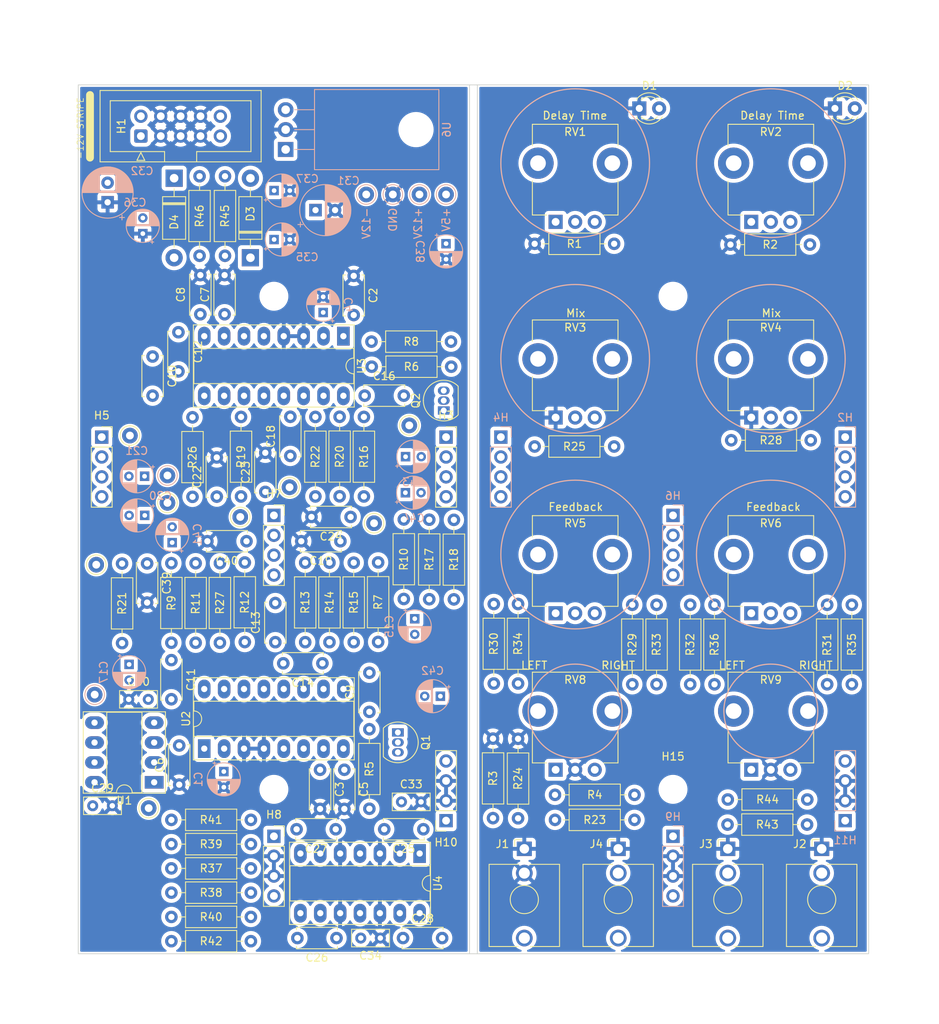
<source format=kicad_pcb>
(kicad_pcb (version 20240108) (generator "pcbnew") (generator_version "8.0")
  (layers (0 "F.Cu" signal) (31 "B.Cu" signal) (34 "B.Paste" user) (35 "F.Paste" user) (36 "B.SilkS" user "B.Silkscreen") (37 "F.SilkS" user "F.Silkscreen") (38 "B.Mask" user) (39 "F.Mask" user) (44 "Edge.Cuts" user))
  (net 0 "")
  (net 1 "+12V")
  (net 2 "GNDREF")
  (net 3 "-12V")
  (net 4 "Net-(U2-REF)")
  (net 5 "Net-(U3-REF)")
  (net 6 "Net-(D2-A)")
  (net 7 "Net-(D3-K)")
  (net 8 "Net-(U2-CC1)")
  (net 9 "Net-(D1-A)")
  (net 10 "Net-(U3-CC1)")
  (net 11 "Net-(U2-CC0)")
  (net 12 "+5V")
  (net 13 "Net-(U3-CC0)")
  (net 14 "Net-(U2-OP1-OUT)")
  (net 15 "Net-(U2-OP1-IN)")
  (net 16 "Net-(U3-OP1-OUT)")
  (net 17 "Net-(U3-OP1-IN)")
  (net 18 "Net-(U2-LPF1-IN)")
  (net 19 "/PT2399_delay-module_channel_2/delay_output")
  (net 20 "Net-(U3-LPF1-IN)")
  (net 21 "/PT2399_delay-module_channel_1/delay_output")
  (net 22 "Net-(U2-LPF2-IN)")
  (net 23 "Net-(U2-LPF2-OUT)")
  (net 24 "Net-(U2-OP2-IN)")
  (net 25 "Net-(U2-OP2-OUT)")
  (net 26 "Net-(U3-LPF2-OUT)")
  (net 27 "Net-(U3-LPF2-IN)")
  (net 28 "Net-(U3-OP2-IN)")
  (net 29 "Net-(U3-OP2-OUT)")
  (net 30 "/PT2399_delay-module_channel_2/delay_input")
  (net 31 "/PT2399_delay-module_channel_1/delay_input")
  (net 32 "Net-(C19-Pad1)")
  (net 33 "Net-(H4D-Pin_4)")
  (net 34 "Net-(C20-Pad1)")
  (net 35 "Net-(H4C-Pin_3)")
  (net 36 "Net-(C21-Pad1)")
  (net 37 "Net-(C22-Pad1)")
  (net 38 "Net-(C23-Pad1)")
  (net 39 "Net-(H3D-Pin_4)")
  (net 40 "Net-(C24-Pad1)")
  (net 41 "Net-(H3C-Pin_3)")
  (net 42 "Net-(H7D-Pin_4)")
  (net 43 "Net-(C25-Pad2)")
  (net 44 "Net-(C26-Pad2)")
  (net 45 "Net-(H7C-Pin_3)")
  (net 46 "Net-(U4B--)")
  (net 47 "Net-(H10A-Pin_1)")
  (net 48 "Net-(U4D--)")
  (net 49 "Net-(H10D-Pin_4)")
  (net 51 "Net-(D3-A)")
  (net 52 "Net-(D4-A)")
  (net 53 "Net-(D4-K)")
  (net 54 "Net-(H2D-Pin_4)")
  (net 55 "Net-(H2A-Pin_1)")
  (net 56 "Net-(H2C-Pin_3)")
  (net 57 "Net-(H3A-Pin_1)")
  (net 58 "Net-(H3B-Pin_2)")
  (net 59 "Net-(H4A-Pin_1)")
  (net 60 "Net-(H5D-Pin_4)")
  (net 61 "Net-(H5C-Pin_3)")
  (net 62 "Net-(H5A-Pin_1)")
  (net 63 "Net-(H6A-Pin_1)")
  (net 64 "Net-(H6D-Pin_4)")
  (net 65 "Net-(H6B-Pin_2)")
  (net 66 "Net-(H6C-Pin_3)")
  (net 67 "Net-(H8A-Pin_1)")
  (net 68 "Net-(H8D-Pin_4)")
  (net 69 "Net-(H9D-Pin_4)")
  (net 70 "Net-(H9A-Pin_1)")
  (net 71 "Net-(H11D-Pin_4)")
  (net 72 "Net-(H11A-Pin_1)")
  (net 73 "Net-(J1-PadT)")
  (net 74 "Net-(J2-PadT)")
  (net 75 "Net-(J3-PadT)")
  (net 76 "Net-(J4-PadT)")
  (net 77 "Net-(Q1-B)")
  (net 78 "Net-(Q1-C)")
  (net 79 "Net-(Q2-B)")
  (net 80 "Net-(Q2-C)")
  (net 81 "Net-(R1-Pad2)")
  (net 82 "Net-(R2-Pad2)")
  (net 83 "Net-(R25-Pad1)")
  (net 84 "Net-(R25-Pad2)")
  (net 85 "Net-(R29-Pad2)")
  (net 86 "Net-(R30-Pad2)")
  (net 87 "Net-(R31-Pad2)")
  (net 88 "Net-(R32-Pad2)")
  (net 91 "Net-(U2-LPF1-OUT)")
  (net 92 "Net-(C15-Pad1)")
  (net 93 "Net-(U3-LPF1-OUT)")
  (net 94 "Net-(C17-Pad1)")
  (net 95 "Net-(C41-Pad1)")
  (net 96 "Net-(C42-Pad1)")
  (net 97 "Net-(H5B-Pin_2)")
  (net 98 "Net-(R28-Pad1)")
  (net 99 "Net-(R28-Pad2)")
  (footprint "Capacitor_THT:C_Disc_D5.0mm_W2.5mm_P5.00mm" (layer "F.Cu") (at 62.8 81.6 -90)
    (property "Reference" "C12" (at 2.5 -2.5 90) (layer "F.SilkS"))
    (property "Value" "100nF")
    (pad "1" thru_hole circle (at 0 0 270) (size 1.6 1.6) (drill 0.8) (layers "*.Cu" "*.Mask") (net 17 "Net-(U3-OP1-IN)"))
    (pad "2" thru_hole circle (at 5 0 270) (size 1.6 1.6) (drill 0.8) (layers "*.Cu" "*.Mask") (net 16 "Net-(U3-OP1-OUT)"))
  )
  (footprint "Synth:R_Default (DIN0207)" (layer "F.Cu") (at 68.1 121.24 90)
    (property "Reference" "R27" (at 5.05 0 90) (layer "F.SilkS"))
    (property "Value" "4.7K")
    (pad "1" thru_hole circle (at -0.03 0 90) (size 1.6 1.6) (drill 0.8) (layers "*.Cu" "*.Mask") (net 91 "Net-(U2-LPF1-OUT)"))
    (pad "2" thru_hole oval (at 10.13 0 90) (size 1.6 1.6) (drill 0.8) (layers "*.Cu" "*.Mask") (net 95 "Net-(C41-Pad1)"))
  )
  (footprint "Capacitor_THT:C_Disc_D5.0mm_W2.5mm_P5.00mm" (layer "F.Cu") (at 82.9 145.1 180)
    (property "Reference" "C27" (at 2.5 -2.5 0) (layer "F.SilkS"))
    (property "Value" "47pF")
    (pad "1" thru_hole circle (at 0 0 180) (size 1.6 1.6) (drill 0.8) (layers "*.Cu" "*.Mask") (net 46 "Net-(U4B--)"))
    (pad "2" thru_hole circle (at 5 0 180) (size 1.6 1.6) (drill 0.8) (layers "*.Cu" "*.Mask") (net 47 "Net-(H10A-Pin_1)"))
  )
  (footprint "Synth:Potentiometer_TT_P0915N" (layer "F.Cu") (at 138.5 60)
    (property "Reference" "RV2" (at 0 -4 0) (layer "F.SilkS"))
    (property "Value" "B50K")
    (pad "" thru_hole oval (at -4.75 0) (size 4 4) (drill 2) (layers "*.Cu" "*.Mask"))
    (pad "" thru_hole oval (at 4.75 0) (size 4 4) (drill 2) (layers "*.Cu" "*.Mask"))
    (pad "1" thru_hole rect (at -2.5 7.5) (size 1.8 1.8) (drill 1) (layers "*.Cu" "*.Mask") (net 55 "Net-(H2A-Pin_1)"))
    (pad "2" thru_hole circle (at 0 7.5) (size 1.8 1.8) (drill 1) (layers "*.Cu" "*.Mask") (net 82 "Net-(R2-Pad2)"))
    (pad "3" thru_hole circle (at 2.5 7.5) (size 1.8 1.8) (drill 1) (layers "*.Cu" "*.Mask") (net 82 "Net-(R2-Pad2)"))
  )
  (footprint "Capacitor_THT:C_Rect_L4.6mm_W2.0mm_P2.50mm_MKS02_FKP02" (layer "F.Cu") (at 88.6 159 180)
    (property "Reference" "C34" (at 1.25 -2.25 0) (layer "F.SilkS"))
    (property "Value" "0.1uF")
    (pad "1" thru_hole circle (at 0 0 180) (size 1.4 1.4) (drill 0.7) (layers "*.Cu" "*.Mask") (net 2 "GNDREF"))
    (pad "2" thru_hole circle (at 2.5 0 180) (size 1.4 1.4) (drill 0.7) (layers "*.Cu" "*.Mask") (net 3 "-12V"))
  )
  (footprint "Synth:R_Default (DIN0207)" (layer "F.Cu") (at 121.05 140.7 180)
    (property "Reference" "R4" (at 5.05 0 0) (layer "F.SilkS"))
    (property "Value" "1K")
    (pad "1" thru_hole circle (at -0.03 0 180) (size 1.6 1.6) (drill 0.8) (layers "*.Cu" "*.Mask") (net 70 "Net-(H9A-Pin_1)"))
    (pad "2" thru_hole oval (at 10.13 0 180) (size 1.6 1.6) (drill 0.8) (layers "*.Cu" "*.Mask") (net 73 "Net-(J1-PadT)"))
  )
  (footprint "Synth:R_Default (DIN0207)" (layer "F.Cu") (at 98 115.7 90)
    (property "Reference" "R18" (at 5.05 0 90) (layer "F.SilkS"))
    (property "Value" "4.7K")
    (pad "1" thru_hole circle (at -0.03 0 90) (size 1.6 1.6) (drill 0.8) (layers "*.Cu" "*.Mask") (net 93 "Net-(U3-LPF1-OUT)"))
    (pad "2" thru_hole oval (at 10.13 0 90) (size 1.6 1.6) (drill 0.8) (layers "*.Cu" "*.Mask") (net 96 "Net-(C42-Pad1)"))
  )
  (footprint "Capacitor_THT:C_Disc_D5.0mm_W2.5mm_P5.00mm" (layer "F.Cu") (at 73.9 102 90)
    (property "Reference" "C23" (at 2.5 -2.5 90) (layer "F.SilkS"))
    (property "Value" "10nF")
    (pad "1" thru_hole circle (at 0 0 90) (size 1.6 1.6) (drill 0.8) (layers "*.Cu" "*.Mask") (net 38 "Net-(C23-Pad1)"))
    (pad "2" thru_hole circle (at 5 0 90) (size 1.6 1.6) (drill 0.8) (layers "*.Cu" "*.Mask") (net 2 "GNDREF"))
  )
  (footprint "Capacitor_THT:C_Disc_D5.0mm_W2.5mm_P5.00mm" (layer "F.Cu") (at 81.2 123.9 180)
    (property "Reference" "C14" (at 2.5 -2.5 0) (layer "F.SilkS"))
    (property "Value" "100nF")
    (pad "1" thru_hole circle (at 0 0 180) (size 1.6 1.6) (drill 0.8) (layers "*.Cu" "*.Mask") (net 24 "Net-(U2-OP2-IN)"))
    (pad "2" thru_hole circle (at 5 0 180) (size 1.6 1.6) (drill 0.8) (layers "*.Cu" "*.Mask") (net 25 "Net-(U2-OP2-OUT)"))
  )
  (footprint "Connector_Pin:Pin_D1.0mm_L10.0mm" (layer "F.Cu") (at 70.7 105.2)
    (property "Reference" "TP13" (hide yes))
    (property "Value" "MIX_INPUT_CH_1")
    (pad "1" thru_hole circle (at 0 0) (size 2 2) (drill 1) (layers "*.Cu" "*.Mask") (net 38 "Net-(C23-Pad1)"))
  )
  (footprint "Synth:Potentiometer_TT_P0915N" (layer "F.Cu") (at 113.5 110)
    (property "Reference" "RV5" (at 0 -4 0) (layer "F.SilkS"))
    (property "Value" "B100K")
    (pad "" thru_hole oval (at -4.75 0) (size 4 4) (drill 2) (layers "*.Cu" "*.Mask"))
    (pad "" thru_hole oval (at 4.75 0) (size 4 4) (drill 2) (layers "*.Cu" "*.Mask"))
    (pad "1" thru_hole rect (at -2.5 7.5) (size 1.8 1.8) (drill 1) (layers "*.Cu" "*.Mask"))
    (pad "2" thru_hole circle (at 0 7.5) (size 1.8 1.8) (drill 1) (layers "*.Cu" "*.Mask") (net 33 "Net-(H4D-Pin_4)"))
    (pad "3" thru_hole circle (at 2.5 7.5) (size 1.8 1.8) (drill 1) (layers "*.Cu" "*.Mask") (net 83 "Net-(R25-Pad1)"))
  )
  (footprint "Synth:R_Default (DIN0207)" (layer "F.Cu") (at 133.03 141.3)
    (property "Reference" "R44" (at 5.05 0 0) (layer "F.SilkS"))
    (property "Value" "1K")
    (pad "1" thru_hole circle (at -0.03 0) (size 1.6 1.6) (drill 0.8) (layers "*.Cu" "*.Mask") (net 75 "Net-(J3-PadT)"))
    (pad "2" thru_hole oval (at 10.13 0) (size 1.6 1.6) (drill 0.8) (layers "*.Cu" "*.Mask") (net 71 "Net-(H11D-Pin_4)"))
  )
  (footprint "Synth:LED_D3.0mm" (layer "F.Cu") (at 123 53)
    (property "Reference" "D1" (at 0 -2.9 0) (layer "F.SilkS"))
    (property "Value" "LED")
    (pad "1" thru_hole rect (at -1.31 0) (size 1.8 1.8) (drill 0.9) (layers "*.Cu" "*.Mask") (net 2 "GNDREF"))
    (pad "2" thru_hole circle (at 1.23 0) (size 1.8 1.8) (drill 0.9) (layers "*.Cu" "*.Mask") (net 9 "Net-(D1-A)"))
  )
  (footprint "Synth:R_Default (DIN0207)" (layer "F.Cu") (at 103 133.55 -90)
    (property "Reference" "R3" (at 5.05 0 90) (layer "F.SilkS"))
    (property "Value" "100K")
    (pad "1" thru_hole circle (at -0.03 0 270) (size 1.6 1.6) (drill 0.8) (layers "*.Cu" "*.Mask") (net 2 "GNDREF"))
    (pad "2" thru_hole oval (at 10.13 0 270) (size 1.6 1.6) (drill 0.8) (layers "*.Cu" "*.Mask") (net 73 "Net-(J1-PadT)"))
  )
  (footprint "Synth:R_Default (DIN0207)" (layer "F.Cu") (at 70.8 92.45 -90)
    (property "Reference" "R19" (at 5.05 0 90) (layer "F.SilkS"))
    (property "Value" "5.6K")
    (pad "1" thru_hole circle (at -0.03 0 270) (size 1.6 1.6) (drill 0.8) (layers "*.Cu" "*.Mask") (net 26 "Net-(U3-LPF2-OUT)"))
    (pad "2" thru_hole oval (at 10.13 0 270) (size 1.6 1.6) (drill 0.8) (layers "*.Cu" "*.Mask") (net 38 "Net-(C23-Pad1)"))
  )
  (footprint "Synth:R_Default (DIN0207)" (layer "F.Cu") (at 72.03 143.9 180)
    (property "Reference" "R41" (at 5.05 0 0) (layer "F.SilkS"))
    (property "Value" "10K")
    (pad "1" thru_hole circle (at -0.03 0 180) (size 1.6 1.6) (drill 0.8) (layers "*.Cu" "*.Mask") (net 46 "Net-(U4B--)"))
    (pad "2" thru_hole oval (at 10.13 0 180) (size 1.6 1.6) (drill 0.8) (layers "*.Cu" "*.Mask") (net 47 "Net-(H10A-Pin_1)"))
  )
  (footprint "MountingHole:MountingHole_3.2mm_M3" (layer "F.Cu") (at 75 140)
    (property "Reference" "H14" (hide yes))
    (property "Value" "MountingHole")
    (pad "" np_thru_hole circle (at 0 0) (size 3.2 3.2) (drill 3.2) (layers "*.Cu" "*.Mask"))
  )
  (footprint "Capacitor_THT:C_Disc_D5.0mm_W2.5mm_P5.00mm" (layer "F.Cu") (at 83 159 180)
    (property "Reference" "C26" (at 2.5 -2.5 0) (layer "F.SilkS"))
    (property "Value" "27pF")
    (pad "1" thru_hole circle (at 0 0 180) (size 1.6 1.6) (drill 0.8) (layers "*.Cu" "*.Mask") (net 45 "Net-(H7C-Pin_3)"))
    (pad "2" thru_hole circle (at 5 0 180) (size 1.6 1.6) (drill 0.8) (layers "*.Cu" "*.Mask") (net 44 "Net-(C26-Pad2)"))
  )
  (footprint "Synth:R_Default (DIN0207)" (layer "F.Cu") (at 83.4 92.43 -90)
    (property "Reference" "R20" (at 5.05 0 90) (layer "F.SilkS"))
    (property "Value" "15K")
    (pad "1" thru_hole circle (at -0.03 0 270) (size 1.6 1.6) (drill 0.8) (layers "*.Cu" "*.Mask") (net 26 "Net-(U3-LPF2-OUT)"))
    (pad "2" thru_hole oval (at 10.13 0 270) (size 1.6 1.6) (drill 0.8) (layers "*.Cu" "*.Mask") (net 37 "Net-(C22-Pad1)"))
  )
  (footprint "Capacitor_THT:C_Disc_D5.0mm_W2.5mm_P5.00mm" (layer "F.Cu") (at 87.2 130.1 90)
    (property "Reference" "C9" (at 2.5 -2.5 90) (layer "F.SilkS"))
    (property "Value" "100nF")
    (pad "1" thru_hole circle (at 0 0 90) (size 1.6 1.6) (drill 0.8) (layers "*.Cu" "*.Mask") (net 15 "Net-(U2-OP1-IN)"))
    (pad "2" thru_hole circle (at 5 0 90) (size 1.6 1.6) (drill 0.8) (layers "*.Cu" "*.Mask") (net 14 "Net-(U2-OP1-OUT)"))
  )
  (footprint "Capacitor_THT:C_Disc_D5.0mm_W2.5mm_P5.00mm" (layer "F.Cu") (at 58.8 111.14 -90)
    (property "Reference" "C39" (at 2.5 -2.5 90) (layer "F.SilkS"))
    (property "Value" "3.9nF")
    (pad "1" thru_hole circle (at 0 0 270) (size 1.6 1.6) (drill 0.8) (layers "*.Cu" "*.Mask") (net 34 "Net-(C20-Pad1)"))
    (pad "2" thru_hole circle (at 5 0 270) (size 1.6 1.6) (drill 0.8) (layers "*.Cu" "*.Mask") (net 2 "GNDREF"))
  )
  (footprint "Synth:R_Default (DIN0207)" (layer "F.Cu") (at 72.03 156.3 180)
    (property "Reference" "R40" (at 5.05 0 0) (layer "F.SilkS"))
    (property "Value" "10K")
    (pad "1" thru_hole circle (at -0.03 0 180) (size 1.6 1.6) (drill 0.8) (layers "*.Cu" "*.Mask") (net 44 "Net-(C26-Pad2)"))
    (pad "2" thru_hole oval (at 10.13 0 180) (size 1.6 1.6) (drill 0.8) (layers "*.Cu" "*.Mask") (net 48 "Net-(U4D--)"))
  )
  (footprint "Package_DIP:DIP-16_W7.62mm_Socket_LongPads" (layer "F.Cu") (at 83.88 82.1 -90)
    (property "Reference" "U3" (at 3.81 -2.33 90) (layer "F.SilkS"))
    (property "Value" "PT2399")
    (pad "1" thru_hole rect (at 0 0 270) (size 2.4 1.6) (drill 0.8) (layers "*.Cu" "*.Mask") (net 12 "+5V"))
    (pad "2" thru_hole oval (at 0 2.54 270) (size 2.4 1.6) (drill 0.8) (layers "*.Cu" "*.Mask") (net 5 "Net-(U3-REF)"))
    (pad "3" thru_hole oval (at 0 5.08 270) (size 2.4 1.6) (drill 0.8) (layers "*.Cu" "*.Mask") (net 2 "GNDREF"))
    (pad "4" thru_hole oval (at 0 7.62 270) (size 2.4 1.6) (drill 0.8) (layers "*.Cu" "*.Mask") (net 2 "GNDREF"))
    (pad "5" thru_hole oval (at 0 10.16 270) (size 2.4 1.6) (drill 0.8) (layers "*.Cu" "*.Mask"))
    (pad "6" thru_hole oval (at 0 12.7 270) (size 2.4 1.6) (drill 0.8) (layers "*.Cu" "*.Mask") (net 57 "Net-(H3A-Pin_1)"))
    (pad "7" thru_hole oval (at 0 15.24 270) (size 2.4 1.6) (drill 0.8) (layers "*.Cu" "*.Mask") (net 10 "Net-(U3-CC1)"))
    (pad "8" thru_hole oval (at 0 17.78 270) (size 2.4 1.6) (drill 0.8) (layers "*.Cu" "*.Mask") (net 13 "Net-(U3-CC0)"))
    (pad "9" thru_hole oval (at 7.62 17.78 270) (size 2.4 1.6) (drill 0.8) (layers "*.Cu" "*.Mask") (net 16 "Net-(U3-OP1-OUT)"))
    (pad "10" thru_hole oval (at 7.62 15.24 270) (size 2.4 1.6) (drill 0.8) (layers "*.Cu" "*.Mask") (net 17 "Net-(U3-OP1-IN)"))
    (pad "11" thru_hole oval (at 7.62 12.7 270) (size 2.4 1.6) (drill 0.8) (layers "*.Cu" "*.Mask") (net 28 "Net-(U3-OP2-IN)"))
    (pad "12" thru_hole oval (at 7.62 10.16 270) (size 2.4 1.6) (drill 0.8) (layers "*.Cu" "*.Mask") (net 29 "Net-(U3-OP2-OUT)"))
    (pad "13" thru_hole oval (at 7.62 7.62 270) (size 2.4 1.6) (drill 0.8) (layers "*.Cu" "*.Mask") (net 27 "Net-(U3-LPF2-IN)"))
    (pad "14" thru_hole oval (at 7.62 5.08 270) (size 2.4 1.6) (drill 0.8) (layers "*.Cu" "*.Mask") (net 26 "Net-(U3-LPF2-OUT)"))
    (pad "15" thru_hole oval (at 7.62 2.54 270) (size 2.4 1.6) (drill 0.8) (layers "*.Cu" "*.Mask") (net 93 "Net-(U3-LPF1-OUT)"))
    (pad "16" thru_hole oval (at 7.62 0 270) (size 2.4 1.6) (drill 0.8) (layers "*.Cu" "*.Mask") (net 20 "Net-(U3-LPF1-IN)"))
  )
  (footprint "Synth:R_Default (DIN0207)" (layer "F.Cu") (at 87.53 86)
    (property "Reference" "R6" (at 5.05 0 0) (layer "F.SilkS"))
    (property "Value" "1K")
    (pad "1" thru_hole circle (at -0.03 0) (size 1.6 1.6) (drill 0.8) (layers "*.Cu" "*.Mask") (net 13 "Net-(U3-CC0)"))
    (pad "2" thru_hole oval (at 10.13 0) (size 1.6 1.6) (drill 0.8) (layers "*.Cu" "*.Mask") (net 79 "Net-(Q2-B)"))
  )
  (footprint "Synth:R_Default (DIN0207)" (layer "F.Cu") (at 148.85 126.55 90)
    (property "Reference" "R35" (at 5.05 0 90) (layer "F.SilkS"))
    (property "Value" "10K")
    (pad "1" thru_hole circle (at -0.03 0 90) (size 1.6 1.6) (drill 0.8) (layers "*.Cu" "*.Mask") (net 87 "Net-(R31-Pad2)"))
    (pad "2" thru_hole oval (at 10.13 0 90) (size 1.6 1.6) (drill 0.8) (layers "*.Cu" "*.Mask") (net 64 "Net-(H6D-Pin_4)"))
  )
  (footprint "Synth:R_Default (DIN0207)" (layer "F.Cu") (at 61.93 153.2)
    (property "Reference" "R38" (at 5.05 0 0) (layer "F.SilkS"))
    (property "Value" "33K")
    (pad "1" thru_hole circle (at -0.03 0) (size 1.6 1.6) (drill 0.8) (layers "*.Cu" "*.Mask") (net 45 "Net-(H7C-Pin_3)"))
    (pad "2" thru_hole oval (at 10.13 0) (size 1.6 1.6) (drill 0.8) (layers "*.Cu" "*.Mask") (net 44 "Net-(C26-Pad2)"))
  )
  (footprint "Synth:R_Default (DIN0207)" (layer "F.Cu") (at 108.35 96.2)
    (property "Reference" "R25" (at 5.05 0 0) (layer "F.SilkS"))
    (property "Value" "10K")
    (pad "1" thru_hole circle (at -0.03 0) (size 1.6 1.6) (drill 0.8) (layers "*.Cu" "*.Mask") (net 83 "Net-(R25-Pad1)"))
    (pad "2" thru_hole oval (at 10.13 0) (size 1.6 1.6) (drill 0.8) (layers "*.Cu" "*.Mask") (net 84 "Net-(R25-Pad2)"))
  )
  (footprint "Capacitor_THT:C_Disc_D5.0mm_W2.5mm_P5.00mm" (layer "F.Cu") (at 59.5 84.7 -90)
    (property "Reference" "C10" (at 2.5 -2.5 90) (layer "F.SilkS"))
    (property "Value" "100nF")
    (pad "1" thru_hole circle (at 0 0 270) (size 1.6 1.6) (drill 0.8) (layers "*.Cu" "*.Mask") (net 28 "Net-(U3-OP2-IN)"))
    (pad "2" thru_hole circle (at 5 0 270) (size 1.6 1.6) (drill 0.8) (layers "*.Cu" "*.Mask") (net 29 "Net-(U3-OP2-OUT)"))
  )
  (footprint "Synth:R_Default (DIN0207)" (layer "F.Cu") (at 61.9 121.24 90)
    (property "Reference" "R9" (at 5.05 0 90) (layer "F.SilkS"))
    (property "Value" "10K")
    (pad "1" thru_hole circle (at -0.03 0 90) (size 1.6 1.6) (drill 0.8) (layers "*.Cu" "*.Mask") (net 18 "Net-(U2-LPF1-IN)"))
    (pad "2" thru_hole oval (at 10.13 0 90) (size 1.6 1.6) (drill 0.8) (layers "*.Cu" "*.Mask") (net 34 "Net-(C20-Pad1)"))
  )
  (footprint "Synth:R_Default (DIN0207)" (layer "F.Cu") (at 106.2 126.45 90)
    (property "Reference" "R34" (at 5.05 0 90) (layer "F.SilkS"))
    (property "Value" "10K")
    (pad "1" thru_hole circle (at -0.03 0 90) (size 1.6 1.6) (drill 0.8) (layers "*.Cu" "*.Mask") (net 86 "Net-(R30-Pad2)"))
    (pad "2" thru_hole oval (at 10.13 0 90) (size 1.6 1.6) (drill 0.8) (layers "*.Cu" "*.Mask") (net 66 "Net-(H6C-Pin_3)"))
  )
  (footprint "Synth:Jack_3.5mm_QingPu_WQP-PJ398SM_Vertical_CircularHoles" (layer "F.Cu") (at 119 154.08)
    (property "Reference" "J4" (at -2.8 -7.1 180) (layer "F.SilkS"))
    (property "Value" "INPUT")
    (pad "S" thru_hole rect (at 0 -6.48 180) (size 1.93 1.83) (drill 1.22) (layers "*.Cu" "*.Mask") (net 2 "GNDREF"))
    (pad "T" thru_hole circle (at 0 4.92 180) (size 2.13 2.13) (drill 1.43) (layers "*.Cu" "*.Mask") (net 76 "Net-(J4-PadT)"))
    (pad "TN" thru_hole circle (at 0 -3.38 180) (size 2.13 2.13) (drill 1.42) (layers "*.Cu" "*.Mask") (net 73 "Net-(J1-PadT)"))
  )
  (footprint "Capacitor_THT:C_Disc_D5.0mm_W2.5mm_P5.00mm" (layer "F.Cu") (at 68.7 79.3 90)
    (property "Reference" "C7" (at 2.5 -2.5 90) (layer "F.SilkS"))
    (property "Value" "100nF")
    (pad "1" thru_hole circle (at 0 0 90) (size 1.6 1.6) (drill 0.8) (layers "*.Cu" "*.Mask") (net 10 "Net-(U3-CC1)"))
    (pad "2" thru_hole circle (at 5 0 90) (size 1.6 1.6) (drill 0.8) (layers "*.Cu" "*.Mask") (net 2 "GNDREF"))
  )
  (footprint "Package_DIP:DIP-16_W7.62mm_Socket_LongPads" (layer "F.Cu") (at 66.1 134.8 90)
    (property "Reference" "U2" (at 3.81 -2.33 90) (layer "F.SilkS"))
    (property "Value" "PT2399")
    (pad "1" thru_hole rect (at 0 0 90) (size 2.4 1.6) (drill 0.8) (layers "*.Cu" "*.Mask") (net 12 "+5V"))
    (pad "2" thru_hole oval (at 0 2.54 90) (size 2.4 1.6) (drill 0.8) (layers "*.Cu" "*.Mask") (net 4 "Net-(U2-REF)"))
    (pad "3" thru_hole oval (at 0 5.08 90) (size 2.4 1.6) (drill 0.8) (layers "*.Cu" "*.Mask") (net 2 "GNDREF"))
    (pad "4" thru_hole oval (at 0 7.62 90) (size 2.4 1.6) (drill 0.8) (layers "*.Cu" "*.Mask") (net 2 "GNDREF"))
    (pad "5" thru_hole oval (at 0 10.16 90) (size 2.4 1.6) (drill 0.8) (layers "*.Cu" "*.Mask"))
    (pad "6" thru_hole oval (at 0 12.7 90) (size 2.4 1.6) (drill 0.8) (layers "*.Cu" "*.Mask") (net 62 "Net-(H5A-Pin_1)"))
    (pad "7" thru_hole oval (at 0 15.24 90) (size 2.4 1.6) (drill 0.8) (layers "*.Cu" "*.Mask") (net 8 "Net-(U2-CC1)"))
    (pad "8" thru_hole oval (at 0 17.78 90) (size 2.4 1.6) (drill 0.8) (layers "*.Cu" "*.Mask") (net 11 "Net-(U2-CC0)"))
    (pad "9" thru_hole oval (at 7.62 17.78 90) (size 2.4 1.6) (drill 0.8) (layers "*.Cu" "*.Mask") (net 14 "Net-(U2-OP1-OUT)"))
    (pad "10" thru_hole oval (at 7.62 15.24 90) (size 2.4 1.6) (drill 0.8) (layers "*.Cu" "*.Mask") (net 15 "Net-(U2-OP1-IN)"))
    (pad "11" thru_hole oval (at 7.62 12.7 90) (size 2.4 1.6) (drill 0.8) (layers "*.Cu" "*.Mask") (net 24 "Net-(U2-OP2-IN)"))
    (pad "12" thru_hole oval (at 7.62 10.16 90) (size 2.4 1.6) (drill 0.8) (layers "*.Cu" "*.Mask") (net 25 "Net-(U2-OP2-OUT)"))
    (pad "13" thru_hole oval (at 7.62 7.62 90) (size 2.4 1.6) (drill 0.8) (layers "*.Cu" "*.Mask") (net 22 "Net-(U2-LPF2-IN)"))
    (pad "14" thru_hole oval (at 7.62 5.08 90) (size 2.4 1.6) (drill 0.8) (layers "*.Cu" "*.Mask") (net 23 "Net-(U2-LPF2-OUT)"))
    (pad "15" thru_hole oval (at 7.62 2.54 90) (size 2.4 1.6) (drill 0.8) (layers "*.Cu" "*.Mask") (net 91 "Net-(U2-LPF1-OUT)"))
    (pad "16" thru_hole oval (at 7.62 0 90) (size 2.4 1.6) (drill 0.8) (layers "*.Cu" "*.Mask") (net 18 "Net-(U2-LPF1-IN)"))
  )
  (footprint "Capacitor_THT:C_Disc_D5.0mm_W2.5mm_P5.00mm" (layer "F.Cu") (at 83.5 108.3 180)
    (property "Reference" "C19" (at 2.5 -2.5 0) (layer "F.SilkS"))
    (property "Value" "3.3nF")
    (pad "1" thru_hole circle (at 0 0 180) (size 1.6 1.6) (drill 0.8) (layers "*.Cu" "*.Mask") (net 32 "Net-(C19-Pad1)"))
    (pad "2" thru_hole circle (at 5 0 180) (size 1.6 1.6) (drill 0.8) (layers "*.Cu" "*.Mask") (net 2 "GNDREF"))
  )
  (footprint "Capacitor_THT:C_Disc_D5.0mm_W2.5mm_P5.00mm" (layer "F.Cu") (at 65.6 79.3 90)
    (property "Reference" "C8" (at 2.5 -2.5 90) (layer "F.SilkS"))
    (property "Value" "100nF")
    (pad "1" thru_hole circle (at 0 0 90) (size 1.6 1.6) (drill 0.8) (layers "*.Cu" "*.Mask") (net 13 "Net-(U3-CC0)"))
    (pad "2" thru_hole circle (at 5 0 90) (size 1.6 1.6) (drill 0.8) (layers "*.Cu" "*.Mask") (net 2 "GNDREF"))
  )
  (footprint "Synth:Potentiometer_TT_P0915N" (layer "F.Cu") (at 113.5 60)
    (property "Reference" "RV1" (at 0 -4 0) (layer "F.SilkS"))
    (property "Value" "B50K")
    (pad "" thru_hole oval (at -4.75 0) (size 4 4) (drill 2) (layers "*.Cu" "*.Mask"))
    (pad "" thru_hole oval (at 4.75 0) (size 4 4) (drill 2) (layers "*.Cu" "*.Mask"))
    (pad "1" thru_hole rect (at -2.5 7.5) (size 1.8 1.8) (drill 1) (layers "*.Cu" "*.Mask") (net 59 "Net-(H4A-Pin_1)"))
    (pad "2" thru_hole circle (at 0 7.5) (size 1.8 1.8) (drill 1) (layers "*.Cu" "*.Mask") (net 81 "Net-(R1-Pad2)"))
    (pad "3" thru_hole circle (at 2.5 7.5) (size 1.8 1.8) (drill 1) (layers "*.Cu" "*.Mask") (net 81 "Net-(R1-Pad2)"))
  )
  (footprint "Capacitor_THT:C_Disc_D5.0mm_W2.5mm_P5.00mm" (layer "F.Cu") (at 67.7 102.6 90)
    (property "Reference" "C22" (at 2.5 -2.5 90) (layer "F.SilkS"))
    (property "Value" "3.3nF")
    (pad "1" thru_hole circle (at 0 0 90) (size 1.6 1.6) (drill 0.8) (layers "*.Cu" "*.Mask") (net 37 "Net-(C22-Pad1)"))
    (pad "2" thru_hole circle (at 5 0 90) (size 1.6 1.6) (drill 0.8) (layers "*.Cu" "*.Mask") (net 2 "GNDREF"))
  )
  (footprint "Capacitor_THT:C_Disc_D5.0mm_W2.5mm_P5.00mm" (layer "F.Cu") (at 86.6 89.7)
    (property "Reference" "C16" (at 2.5 -2.5 0) (layer "F.SilkS"))
    (property "Value" "560pF")
    (pad "1" thru_hole circle (at 0 0) (size 1.6 1.6) (drill 0.8) (layers "*.Cu" "*.Mask") (net 20 "Net-(U3-LPF1-IN)"))
    (pad "2" thru_hole circle (at 5 0) (size 1.6 1.6) (drill 0.8) (layers "*.Cu" "*.Mask") (net 93 "Net-(U3-LPF1-OUT)"))
  )
  (footprint "Package_TO_SOT_THT:TO-92_Inline" (layer "F.Cu") (at 90.84 132.73 -90)
    (property "Reference" "Q1" (at 1.27 -3.56 90) (layer "F.SilkS"))
    (property "Value" "2N3904")
    (pad "1" thru_hole rect (at 0 0 270) (size 1.05 1.5) (drill 0.75) (layers "*.Cu" "*.Mask") (net 97 "Net-(H5B-Pin_2)"))
    (pad "2" thru_hole oval (at 1.27 0 270) (size 1.05 1.5) (drill 0.75) (layers "*.Cu" "*.Mask") (net 77 "Net-(Q1-B)"))
    (pad "3" thru_hole oval (at 2.54 0 270) (size 1.05 1.5) (drill 0.75) (layers "*.Cu" "*.Mask") (net 78 "Net-(Q1-C)"))
  )
  (footprint "Synth:R_Default (DIN0207)" (layer "F.Cu") (at 94.85 115.68 90)
    (property "Reference" "R17" (at 5.05 0 90) (layer "F.SilkS"))
    (property "Value" "10K")
    (pad "1" thru_hole circle (at -0.03 0 90) (size 1.6 1.6) (drill 0.8) (layers "*.Cu" "*.Mask") (net 93 "Net-(U3-LPF1-OUT)"))
    (pad "2" thru_hole oval (at 10.13 0 90) (size 1.6 1.6) (drill 0.8) (layers "*.Cu" "*.Mask") (net 40 "Net-(C24-Pad1)"))
  )
  (footprint "Synth:R_Default (DIN0207)" (layer "F.Cu") (at 103.1 116.35 -90)
    (property "Reference" "R30" (at 5.05 0 90) (layer "F.SilkS"))
    (property "Value" "10K")
    (pad "1" thru_hole circle (at -0.03 0 270) (size 1.6 1.6) (drill 0.8) (layers "*.Cu" "*.Mask") (net 65 "Net-(H6B-Pin_2)"))
    (pad "2" thru_hole oval (at 10.13 0 270) (size 1.6 1.6) (drill 0.8) (layers "*.Cu" "*.Mask") (net 86 "Net-(R30-Pad2)"))
  )
  (footprint "Capacitor_THT:C_Disc_D5.0mm_W2.5mm_P5.00mm" (layer "F.Cu") (at 94.1 145.1 180)
    (property "Reference" "C25" (at 2.5 -2.5 0) (layer "F.SilkS"))
    (property "Value" "27pF")
    (pad "1" thru_hole circle (at 0 0 180) (size 1.6 1.6) (drill 0.8) (layers "*.Cu" "*.Mask") (net 42 "Net-(H7D-Pin_4)"))
    (pad "2" thru_hole circle (at 5 0 180) (size 1.6 1.6) (drill 0.8) (layers "*.Cu" "*.Mask") (net 43 "Net-(C25-Pad2)"))
  )
  (footprint "Connector_Pin:Pin_D1.0mm_L10.0mm" (layer "F.Cu") (at 77 101.4)
    (property "Reference" "TP6" (hide yes))
    (property "Value" "OUTPUT_CH_1")
    (pad "1" thru_hole circle (at 0 0) (size 2 2) (drill 1) (layers "*.Cu" "*.Mask") (net 21 "/PT2399_delay-module_channel_1/delay_output"))
  )
  (footprint "Synth:Jack_3.5mm_QingPu_WQP-PJ398SM_Vertical_CircularHoles" (layer "F.Cu") (at 145 154.08)
    (property "Reference" "J2" (at -2.8 -7.1 180) (layer "F.SilkS"))
    (property "Value" "L/MONO_OUTPUT")
    (pad "S" thru_hole rect (at 0 -6.48 180) (size 1.93 1.83) (drill 1.22) (layers "*.Cu" "*.Mask") (net 2 "GNDREF"))
    (pad "T" thru_hole circle (at 0 4.92 180) (size 2.13 2.13) (drill 1.43) (layers "*.Cu" "*.Mask") (net 74 "Net-(J2-PadT)"))
    (pad "TN" thru_hole circle (at 0 -3.38 180) (size 2.13 2.13) (drill 1.42) (layers "*.Cu" "*.Mask"))
  )
  (footprint "Synth:R_Default (DIN0207)" (layer "F.Cu") (at 87.2 142.45 90)
    (property "Reference" "R5" (at 5.05 0 90) (layer "F.SilkS"))
    (property "Value" "1K")
    (pad "1" thru_hole circle (at -0.03 0 90) (size 1.6 1.6) (drill 0.8) (layers "*.Cu" "*.Mask") (net 11 "Net-(U2-CC0)"))
    (pad "2" thru_hole oval (at 10.13 0 90) (size 1.6 1.6) (drill 0.8) (layers "*.Cu" "*.Mask") (net 77 "Net-(Q1-B)"))
  )
  (footprint "Synth:R_Default (DIN0207)" (layer "F.Cu") (at 65 121.24 90)
    (property "Reference" "R11" (at 5.05 0 90) (layer "F.SilkS"))
    (property "Value" "10K")
    (pad "1" thru_hole circle (at -0.03 0 90) (size 1.6 1.6) (drill 0.8) (layers "*.Cu" "*.Mask") (net 91 "Net-(U2-LPF1-OUT)"))
    (pad "2" thru_hole oval (at 10.13 0 90) (size 1.6 1.6) (drill 0.8) (layers "*.Cu" "*.Mask") (net 34 "Net-(C20-Pad1)"))
  )
  (footprint "Connector_Pin:Pin_D1.0mm_L10.0mm" (layer "F.Cu") (at 87.8 106)
    (property "Reference" "TP11" (hide yes))
    (property "Value" "POST_FEEDBACK_CH_1")
    (pad "1" thru_hole circle (at 0 0) (size 2 2) (drill 1) (layers "*.Cu" "*.Mask") (net 40 "Net-(C24-Pad1)"))
  )
  (footprint "Synth:R_Default (DIN0207)" (layer "F.Cu") (at 80.3 92.45 -90)
    (property "Reference" "R22" (at 5.05 0 90) (layer "F.SilkS"))
    (property "Value" "10K")
    (pad "1" thru_hole circle (at -0.03 0 270) (size 1.6 1.6) (drill 0.8) (layers "*.Cu" "*.Mask") (net 27 "Net-(U3-LPF2-IN)"))
    (pad "2" thru_hole oval (at 10.13 0 270) (size 1.6 1.6) (drill 0.8) (layers "*.Cu" "*.Mask") (net 37 "Net-(C22-Pad1)"))
  )
  (footprint "Capacitor_THT:C_Rect_L4.6mm_W2.0mm_P2.50mm_MKS02_FKP02" (layer "F.Cu") (at 56.45 128.5)
    (property "Reference" "C30" (at 1.25 -2.25 0) (layer "F.SilkS"))
    (property "Value" "0.1uF")
    (pad "1" thru_hole circle (at 0 0) (size 1.4 1.4) (drill 0.7) (layers "*.Cu" "*.Mask") (net 2 "GNDREF"))
    (pad "2" thru_hole circle (at 2.5 0) (size 1.4 1.4) (drill 0.7) (layers "*.Cu" "*.Mask") (net 3 "-12V"))
  )
  (footprint "Synth:R_Default (DIN0207)" (layer "F.Cu") (at 145.7 116.45 -90)
    (property "Reference" "R31" (at 5.05 0 90) (layer "F.SilkS"))
    (property "Value" "10K")
    (pad "1" thru_hole circle (at -0.03 0 270) (size 1.6 1.6) (drill 0.8) (layers "*.Cu" "*.Mask") (net 63 "Net-(H6A-Pin_1)"))
    (pad "2" thru_hole oval (at 10.13 0 270) (size 1.6 1.6) (drill 0.8) (layers "*.Cu" "*.Mask") (net 87 "Net-(R31-Pad2)"))
  )
  (footprint "Synth:R_Default (DIN0207)" (layer "F.Cu") (at 72.03 150.1 180)
    (property "Reference" "R37" (at 5.05 0 0) (layer "F.SilkS"))
    (property "Value" "33K")
    (pad "1" thru_hole circle (at -0.03 0 180) (size 1.6 1.6) (drill 0.8) (layers "*.Cu" "*.Mask") (net 42 "Net-(H7D-Pin_4)"))
    (pad "2" thru_hole oval (at 10.13 0 180) (size 1.6 1.6) (drill 0.8) (layers "*.Cu" "*.Mask") (net 43 "Net-(C25-Pad2)"))
  )
  (footprint "Synth:R_Default (DIN0207)" (layer "F.Cu") (at 133.47 95.4)
    (property "Reference" "R28" (at 5.05 0 0) (layer "F.SilkS"))
    (property "Value" "10K")
    (pad "1" thru_hole circle (at -0.03 0) (size 1.6 1.6) (drill 0.8) (layers "*.Cu" "*.Mask") (net 98 "Net-(R28-Pad1)"))
    (pad "2" thru_hole oval (at 10.13 0) (size 1.6 1.6) (drill 0.8) (layers "*.Cu" "*.Mask") (net 99 "Net-(R28-Pad2)"))
  )
  (footprint "Synth:Potentiometer_TT_P0915N" (layer "F.Cu") (at 138.5 110)
    (property "Reference" "RV6" (at 0 -4 0) (layer "F.SilkS"))
    (property "Value" "B100K")
    (pad "" thru_hole oval (at -4.75 0) (size 4 4) (drill 2) (layers "*.Cu" "*.Mask"))
    (pad "" thru_hole oval (at 4.75 0) (size 4 4) (drill 2) (layers "*.Cu" "*.Mask"))
    (pad "1" thru_hole rect (at -2.5 7.5) (size 1.8 1.8) (drill 1) (layers "*.Cu" "*.Mask"))
    (pad "2" thru_hole circle (at 0 7.5) (size 1.8 1.8) (drill 1) (layers "*.Cu" "*.Mask") (net 54 "Net-(H2D-Pin_4)"))
    (pad "3" thru_hole circle (at 2.5 7.5) (size 1.8 1.8) (drill 1) (layers "*.Cu" "*.Mask") (net 98 "Net-(R28-Pad1)"))
  )
  (footprint "MountingHole:MountingHole_3.2mm_M3" (layer "F.Cu") (at 75 77)
    (property "Reference" "H13" (hide yes))
    (property "Value" "MountingHole")
    (pad "" np_thru_hole circle (at 0 0) (size 3.2 3.2) (drill 3.2) (layers "*.Cu" "*.Mask"))
  )
  (footprint "Package_DIP:DIP-14_W7.62mm_Socket_LongPads" (layer "F.Cu") (at 93.625 148.2 -90)
    (property "Reference" "U4" (at 3.81 -2.33 90) (layer "F.SilkS"))
    (property "Value" "TL074")
    (pad "1" thru_hole rect (at 0 0 270) (size 2.4 1.6) (drill 0.8) (layers "*.Cu" "*.Mask") (net 43 "Net-(C25-Pad2)"))
    (pad "2" thru_hole oval (at 0 2.54 270) (size 2.4 1.6) (drill 0.8) (layers "*.Cu" "*.Mask") (net 42 "Net-(H7D-Pin_4)"))
    (pad "3" thru_hole oval (at 0 5.08 270) (size 2.4 1.6) (drill 0.8) (layers "*.Cu" "*.Mask") (net 2 "GNDREF"))
    (pad "4" thru_hole oval (at 0 7.62 270) (size 2.4 1.6) (drill 0.8) (layers "*.Cu" "*.Mask") (net 1 "+12V"))
    (pad "5" thru_hole oval (at 0 10.16 270) (size 2.4 1.6) (drill 0.8) (layers "*.Cu" "*.Mask") (net 2 "GNDREF"))
    (pad "6" thru_hole oval (at 0 12.7 270) (size 2.4 1.6) (drill 0.8) (layers "*.Cu" "*.Mask") (net 46 "Net-(U4B--)"))
    (pad "7" thru_hole oval (at 0 15.24 270) (size 2.4 1.6) (drill 0.8) (layers "*.Cu" "*.Mask") (net 47 "Net-(H10A-Pin_1)"))
    (pad "8" thru_hole oval (at 7.62 15.24 270) (size 2.4 1.6) (drill 0.8) (layers "*.Cu" "*.Mask") (net 44 "Net-(C26-Pad2)"))
    (pad "9" thru_hole oval (at 7.62 12.7 270) (size 2.4 1.6) (drill 0.8) (layers "*.Cu" "*.Mask") (net 45 "Net-(H7C-Pin_3)"))
    (pad "10" thru_hole oval (at 7.62 10.16 270) (size 2.4 1.6) (drill 0.8) (layers "*.Cu" "*.Mask") (net 2 "GNDREF"))
    (pad "11" thru_hole oval (at 7.62 7.62 270) (size 2.4 1.6) (drill 0.8) (layers "*.Cu" "*.Mask") (net 3 "-12V"))
    (pad "12" thru_hole oval (at 7.62 5.08 270) (size 2.4 1.6) (drill 0.8) (layers "*.Cu" "*.Mask") (net 2 "GNDREF"))
    (pad "13" thru_hole oval (at 7.62 2.54 270) (size 2.4 1.6) (drill 0.8) (layers "*.Cu" "*.Mask") (net 48 "Net-(U4D--)"))
    (pad "14" thru_hole oval (at 7.62 0 270) (size 2.4 1.6) (drill 0.8) (layers "*.Cu" "*.Mask") (net 49 "Net-(H10D-Pin_4)"))
  )
  (footprint "Synth:R_Default (DIN0207)" (layer "F.Cu") (at 55.6 121.29 90)
    (property "Reference" "R21" (at 5.05 0 90) (layer "F.SilkS"))
    (property "Value" "15K")
    (pad "1" thru_hole circle (at -0.03 0 90) (size 1.6 1.6) (drill 0.8) (layers "*.Cu" "*.Mask") (net 94 "Net-(C17-Pad1)"))
    (pad "2" thru_hole oval (at 10.13 0 90) (size 1.6 1.6) (drill 0.8) (layers "*.Cu" "*.Mask") (net 34 "Net-(C20-Pad1)"))
  )
  (footprint "Synth:PinSocket_1x04_P2.54mm_Vertical" (layer "F.Cu") (at 75 146)
    (property "Reference" "H8" (at 0 -2.77 0) (layer "F.SilkS"))
    (property "Value" "PinSocket_01x04")
    (pad "1" thru_hole rect (at 0 0) (size 1.7 1.7) (drill 1) (layers "*.Cu" "*.Mask") (net 67 "Net-(H8A-Pin_1)"))
    (pad "2" thru_hole oval (at 0 2.54) (size 1.7 1.7) (drill 1) (layers "*.Cu" "*.Mask") (net 2 "GNDREF"))
    (pad "3" thru_hole oval (at 0 5.08) (size 1.7 1.7) (drill 1) (layers "*.Cu" "*.Mask") (net 2 "GNDREF"))
    (pad "4" thru_hole oval (at 0 7.62) (size 1.7 1.7) (drill 1) (layers "*.Cu" "*.Mask") (net 68 "Net-(H8D-Pin_4)"))
  )
  (footprint "Package_TO_SOT_THT:TO-92_Inline" (layer "F.Cu") (at 96.7 91.6 90)
    (property "Reference" "Q2" (at 1.27 -3.56 90) (layer "F.SilkS"))
    (property "Value" "2N3904")
    (pad "1" thru_hole rect (at 0 0 90) (size 1.05 1.5) (drill 0.75) (layers "*.Cu" "*.Mask") (net 58 "Net-(H3B-Pin_2)"))
    (pad "2" thru_hole oval (at 1.27 0 90) (size 1.05 1.5) (drill 0.75) (layers "*.Cu" "*.Mask") (net 79 "Net-(Q2-B)"))
    (pad "3" thru_hole oval (at 2.54 0 90) (size 1.05 1.5) (drill 0.75) (layers "*.Cu" "*.Mask") (net 80 "Net-(Q2-C)"))
  )
  (footprint "Synth:Jack_3.5mm_QingPu_WQP-PJ398SM_Vertical_CircularHoles" (layer "F.Cu") (at 133 154.08)
    (property "Reference" "J3" (at -2.8 -7.1 180) (layer "F.SilkS"))
    (property "Value" "R_OUTPUT")
    (pad "S" thru_hole rect (at 0 -6.48 180) (size 1.93 1.83) (drill 1.22) (layers "*.Cu" "*.Mask") (net 2 "GNDREF"))
    (pad "T" thru_hole circle (at 0 4.92 180) (size 2.13 2.13) (drill 1.43) (layers "*.Cu" "*.Mask") (net 75 "Net-(J3-PadT)"))
    (pad "TN" thru_hole circle (at 0 -3.38 180) (size 2.13 2.13) (drill 1.42) (layers "*.Cu" "*.Mask") (net 74 "Net-(J2-PadT)"))
  )
  (footprint "Synth:PinSocket_1x04_P2.54mm_Vertical" (layer "F.Cu") (at 53 95)
    (property "Reference" "H5" (at 0 -2.77 0) (layer "F.SilkS"))
    (property "Value" "PinSocket_01x04")
    (pad "1" thru_hole rect (at 0 0) (size 1.7 1.7) (drill 1) (layers "*.Cu" "*.Mask") (net 62 "Net-(H5A-Pin_1)"))
    (pad "2" thru_hole oval (at 0 2.54) (size 1.7 1.7) (drill 1) (layers "*.Cu" "*.Mask") (net 97 "Net-(H5B-Pin_2)"))
    (pad "3" thru_hole oval (at 0 5.08) (size 1.7 1.7) (drill 1) (layers "*.Cu" "*.Mask") (net 61 "Net-(H5C-Pin_3)"))
    (pad "4" thru_hole oval (at 0 7.62) (size 1.7 1.7) (drill 1) (layers "*.Cu" "*.Mask") (net 60 "Net-(H5D-Pin_4)"))
  )
  (footprint "Capacitor_THT:C_Disc_D5.0mm_W2.5mm_P5.00mm" (layer "F.Cu") (at 80.9 137.5 -90)
    (property "Reference" "C3" (at 2.5 -2.5 90) (layer "F.SilkS"))
    (property "Value" "100nF")
    (pad "1" thru_hole circle (at 0 0 270) (size 1.6 1.6) (drill 0.8) (layers "*.Cu" "*.Mask") (net 8 "Net-(U2-CC1)"))
    (pad "2" thru_hole circle (at 5 0 270) (size 1.6 1.6) (drill 0.8) (layers "*.Cu" "*.Mask") (net 2 "GNDREF"))
  )
  (footprint "Connector_Pin:Pin_D1.0mm_L10.0mm" (layer "F.Cu") (at 56.6 94.8)
    (property "Reference" "TP8" (hide yes))
    (property "Value" "DELAY_TIME_CH_2")
    (pad "1" thru_hole circle (at 0 0) (size 2 2) (drill 1) (layers "*.Cu" "*.Mask") (net 62 "Net-(H5A-Pin_1)"))
  )
  (footprint "Synth:R_Default (DIN0207)" (layer "F.Cu") (at 82.1 121.17 90)
    (property "Reference" "R14" (at 5.05 0 90) (layer "F.SilkS"))
    (property "Value" "10K")
    (pad "1" thru_hole circle (at -0.03 0 90) (size 1.6 1.6) (drill 0.8) (layers "*.Cu" "*.Mask") (net 22 "Net-(U2-LPF2-IN)"))
    (pad "2" thru_hole oval (at 10.13 0 90) (size 1.6 1.6) (drill 0.8) (layers "*.Cu" "*.Mask") (net 32 "Net-(C19-Pad1)"))
  )
  (footprint "Synth:PinSocket_1x04_P2.54mm_Vertical" (layer "F.Cu") (at 75 105)
    (property "Reference" "H7" (at 0 -2.77 0) (layer "F.SilkS"))
    (property "Value" "PinSocket_01x04")
    (pad "1" thru_hole rect (at 0 0) (size 1.7 1.7) (drill 1) (layers "*.Cu" "*.Mask") (net 19 "/PT2399_delay-module_channel_2/delay_output"))
    (pad "2" thru_hole oval (at 0 2.54) (size 1.7 1.7) (drill 1) (layers "*.Cu" "*.Mask") (net 21 "/PT2399_delay-module_channel_1/delay_output"))
    (pad "3" thru_hole oval (at 0 5.08) (size 1.7 1.7) (drill 1) (layers "*.Cu" "*.Mask") (net 45 "Net-(H7C-Pin_3)"))
    (pad "4" thru_hole oval (at 0 7.62) (size 1.7 1.7) (drill 1) (layers "*.Cu" "*.Mask") (net 42 "Net-(H7D-Pin_4)"))
  )
  (footprint "Capacitor_THT:C_Disc_D5.0mm_W2.5mm_P5.00mm" (layer "F.Cu") (at 84.8 105.2 180)
    (property "Reference" "C24" (at 2.5 -2.5 0) (layer "F.SilkS"))
    (property "Value" "3.9nF")
    (pad "1" thru_hole circle (at 0 0 180) (size 1.6 1.6) (drill 0.8) (layers "*.Cu" "*.Mask") (net 40 "Net-(C24-Pad1)"))
    (pad "2" thru_hole circle (at 5 0 180) (size 1.6 1.6) (drill 0.8) (layers "*.Cu" "*.Mask") (net 2 "GNDREF"))
  )
  (footprint "Synth:R_Default (DIN0207)" (layer "F.Cu") (at 91.6 115.65 90)
    (property "Reference" "R10" (at 5.05 0 90) (layer "F.SilkS"))
    (property "Value" "15K")
    (pad "1" thru_hole circle (at -0.03 0 90) (size 1.6 1.6) (drill 0.8) (layers "*.Cu" "*.Mask") (net 92 "Net-(C15-Pad1)"))
    (pad "2" thru_hole oval (at 10.13 0 90) (size 1.6 1.6) (drill 0.8) (layers "*.Cu" "*.Mask") (net 40 "Net-(C24-Pad1)"))
  )
  (footprint "MountingHole:MountingHole_3.2mm_M3" (layer "F.Cu") (at 126 77)
    (property "Reference" "H12" (hide yes))
    (property "Value" "MountingHole")
    (pad "" np_thru_hole circle (at 0 0) (size 3.2 3.2) (drill 3.2) (layers "*.Cu" "*.Mask"))
  )
  (footprint "Synth:R_Default (DIN0207)" (layer "F.Cu") (at 86.5 92.45 -90)
    (property "Reference" "R16" (at 5.05 0 90) (layer "F.SilkS"))
    (property "Value" "10K")
    (pad "1" thru_hole circle (at -0.03 0 270) (size 1.6 1.6) (drill 0.8) (layers "*.Cu" "*.Mask") (net 20 "Net-(U3-LPF1-IN)"))
    (pad "2" thru_hole oval (at 10.13 0 270) (size 1.6 1.6) (drill 0.8) (layers "*.Cu" "*.Mask") (net 40 "Net-(C24-Pad1)"))
  )
  (footprint "Synth:R_Default (DIN0207)" (layer "F.Cu") (at 61.93 147)
    (property "Reference" "R39" (at 5.05 0 0) (layer "F.SilkS"))
    (property "Value" "10K")
    (pad "1" thru_hole circle (at -0.03 0) (size 1.6 1.6) (drill 0.8) (layers "*.Cu" "*.Mask") (net 43 "Net-(C25-Pad2)"))
    (pad "2" thru_hole oval (at 10.13 0) (size 1.6 1.6) (drill 0.8) (layers "*.Cu" "*.Mask") (net 46 "Net-(U4B--)"))
  )
  (footprint "Synth:Potentiometer_TT_P0915N" (layer "F.Cu") (at 113.5 85)
    (property "Reference" "RV3" (at 0 -4 0) (layer "F.SilkS"))
    (property "Value" "B100K")
    (pad "" thru_hole oval (at -4.75 0) (size 4 4) (drill 2) (layers "*.Cu" "*.Mask"))
    (pad "" thru_hole oval (at 4.75 0) (size 4 4) (drill 2) (layers "*.Cu" "*.Mask"))
    (pad "1" thru_hole rect (at -2.5 7.5) (size 1.8 1.8) (drill 1) (layers "*.Cu" "*.Mask") (net 2 "GNDREF"))
    (pad "2" thru_hole circle (at 0 7.5) (size 1.8 1.8) (drill 1) (layers "*.Cu" "*.Mask") (net 84 "Net-(R25-Pad2)"))
    (pad "3" thru_hole circle (at 2.5 7.5) (size 1.8 1.8) (drill 1) (layers "*.Cu" "*.Mask") (net 35 "Net-(H4C-Pin_3)"))
  )
  (footprint "Synth:LED_D3.0mm" (layer "F.Cu") (at 148 53)
    (property "Reference" "D2" (at 0 -2.9 0) (layer "F.SilkS"))
    (property "Value" "LED")
    (pad "1" thru_hole rect (at -1.31 0) (size 1.8 1.8) (drill 0.9) (layers "*.Cu" "*.Mask") (net 2 "GNDREF"))
    (pad "2" thru_hole circle (at 1.23 0) (size 1.8 1.8) (drill 0.9) (layers "*.Cu" "*.Mask") (net 6 "Net-(D2-A)"))
  )
  (footprint "Connector_Pin:Pin_D1.0mm_L10.0mm" (layer "F.Cu") (at 59 142.4)
    (property "Reference" "TP4" (hide yes))
    (property "Value" "INPUT_CH_1")
    (pad "1" thru_hole circle (at 0 0) (size 2 2) (drill 1) (layers "*.Cu" "*.Mask") (net 31 "/PT2399_delay-module_channel_1/delay_input"))
  )
  (footprint "Synth:R_Default (DIN0207)" (layer "F.Cu") (at 106.2 133.57 -90)
    (property "Reference" "R24" (at 5.05 0 90) (layer "F.SilkS"))
    (property "Value" "100K")
    (pad "1" thru_hole circle (at -0.03 0 270) (size 1.6 1.6) (drill 0.8) (layers "*.Cu" "*.Mask") (net 2 "GNDREF"))
    (pad "2" thru_hole oval (at 10.13 0 270) (size 1.6 1.6) (drill 0.8) (layers "*.Cu" "*.Mask") (net 76 "Net-(J4-PadT)"))
  )
  (footprint "Synth:R_Default (DIN0207)" (layer "F.Cu") (at 133 144.5)
    (property "Reference" "R43" (at 5.05 0 0) (layer "F.SilkS"))
    (property "Value" "1K")
    (pad "1" thru_hole circle (at -0.03 0) (size 1.6 1.6) (drill 0.8) (layers "*.Cu" "*.Mask") (net 74 "Net-(J2-PadT)"))
    (pad "2" thru_hole oval (at 10.13 0) (size 1.6 1.6) (drill 0.8) (layers "*.Cu" "*.Mask") (net 72 "Net-(H11A-Pin_1)"))
  )
  (footprint "Connector_Pin:Pin_D1.0mm_L10.0mm" (layer "F.Cu") (at 92.3 93.5)
    (property "Reference" "TP9" (hide yes))
    (property "Value" "DELAY_TIME_CH_1")
    (pad "1" thru_hole circle (at 0 0) (size 2 2) (drill 1) (layers "*.Cu" "*.Mask") (net 57 "Net-(H3A-Pin_1)"))
  )
  (footprint "Synth:R_Default (DIN0207)" (layer "F.Cu") (at 88.32 121.14 90)
    (property "Reference" "R7" (at 5.05 0 90) (layer "F.SilkS"))
    (property "Value" "100K")
    (pad "1" thru_hole circle (at -0.03 0 90) (size 1.6 1.6) (drill 0.8) (layers "*.Cu" "*.Mask") (net 78 "Net-(Q1-C)"))
    (pad "2" thru_hole oval (at 10.13 0 90) (size 1.6 1.6) (drill 0.8) (layers "*.Cu" "*.Mask") (net 1 "+12V"))
  )
  (footprint "Synth:R_Default (DIN0207)" (layer "F.Cu") (at 71.28 121.15 90)
    (property "Reference" "R12" (at 5.05 0 90) (layer "F.SilkS"))
    (property "Value" "5.6K")
    (pad "1" thru_hole circle (at -0.03 0 90) (size 1.6 1.6) (drill 0.8) (layers "*.Cu" "*.Mask") (net 23 "Net-(U2-LPF2-OUT)"))
    (pad "2" thru_hole oval (at 10.13 0 90) (size 1.6 1.6) (drill 0.8) (layers "*.Cu" "*.Mask") (net 36 "Net-(C21-Pad1)"))
  )
  (footprint "Synth:IDC-Header_2x05_P2.54mm_Vertical" (layer "F.Cu") (at 58 56.54 90)
    (property "Reference" "H1" (at 1.27 -2.5 90) (layer "F.SilkS"))
    (property "Value" "Conn_02x05_PWR_Eurorack")
    (fp_text user "-12V STRIPE" (at -3 -7.25 90) (layer "F.SilkS") (effects (font (size 0.8 0.8) (thickness 0.1)) (justify left bottom)))
    (pad "1" thru_hole roundrect (at 0 0 90) (size 1.7 1.7) (drill 1) (layers "*.Cu" "*.Mask") (roundrect_rratio 0.147059) (net 53 "Net-(D4-K)"))
    (pad "2" thru_hole circle (at 2.54 0 90) (size 1.7 1.7) (drill 1) (layers "*.Cu" "*.Mask") (net 53 "Net-(D4-K)"))
    (pad "3" thru_hole circle (at 0 2.54 90) (size 1.7 1.7) (drill 1) (layers "*.Cu" "*.Mask") (net 2 "GNDREF"))
    (pad "4" thru_hole circle (at 2.54 2.54 90) (size 1.7 1.7) (drill 1) (layers "*.Cu" "*.Mask") (net 2 "GNDREF"))
    (pad "5" thru_hole circle (at 0 5.08 90) (size 1.7 1.7) (drill 1) (layers "*.Cu" "*.Mask") (net 2 "GNDREF"))
    (pad "6" thru_hole circle (at 2.54 5.08 90) (size 1.7 1.7) (drill 1) (layers "*.Cu" "*.Mask") (net 2 "GNDREF"))
    (pad "7" thru_hole circle (at 0 7.62 90) (size 1.7 1.7) (drill 1) (layers "*.Cu" "*.Mask") (net 2 "GNDREF"))
    (pad "8" thru_hole circle (at 2.54 7.62 90) (size 1.7 1.7) (drill 1) (layers "*.Cu" "*.Mask") (net 2 "GNDREF"))
    (pad "9" thru_hole circle (at 0 10.16 90) (size 1.7 1.7) (drill 1) (layers "*.Cu" "*.Mask") (net 51 "Net-(D3-A)"))
    (pad "10" thru_hole circle (at 2.54 10.16 90) (size 1.7 1.7) (drill 1) (layers "*.Cu" "*.Mask") (net 51 "Net-(D3-A)"))
  )
  (footprint "Synth:D_DO-41_SOD81_P10.16mm_Horizontal" (layer "F.Cu") (at 72 72.03 90)
    (property "Reference" "D3" (at 5.55 0 90) (layer "F.SilkS"))
    (property "Value" "1N5819")
    (pad "1" thru_hole rect (at -0.05 0 90) (size 2.2 2.2) (drill 1.1) (layers "*.Cu" "*.Mask") (net 7 "Net-(D3-K)"))
    (pad "2" thru_hole oval (at 10.11 0 90) (size 2.2 2.2) (drill 1.1) (layers "*.Cu" "*.Mask") (net 51 "Net-(D3-A)"))
  )
  (footprint "Synth:Potentiometer_TT_P0915N" (layer "F.Cu") (at 138.5 85)
    (property "Reference" "RV4" (at 0 -4 0) (layer "F.SilkS"))
    (property "Value" "B100K")
    (pad "" thru_hole oval (at -4.75 0) (size 4 4) (drill 2) (layers "*.Cu" "*.Mask"))
    (pad "" thru_hole oval (at 4.75 0) (size 4 4) (drill 2) (layers "*.Cu" "*.Mask"))
    (pad "1" thru_hole rect (at -2.5 7.5) (size 1.8 1.8) (drill 1) (layers "*.Cu" "*.Mask") (net 2 "GNDREF"))
    (pad "2" thru_hole circle (at 0 7.5) (size 1.8 1.8) (drill 1) (layers "*.Cu" "*.Mask") (net 99 "Net-(R28-Pad2)"))
    (pad "3" thru_hole circle (at 2.5 7.5) (size 1.8 1.8) (drill 1) (layers "*.Cu" "*.Mask") (net 56 "Net-(H2C-Pin_3)"))
  )
  (footprint "Capacitor_THT:C_Disc_D5.0mm_W2.5mm_P5.00mm" (layer "F.Cu") (at 84 137.5 -90)
    (property "Reference" "C5" (at 2.5 -2.5 90) (layer "F.SilkS"))
    (property "Value" "100nF")
    (pad "1" thru_hole circle (at 0 0 270) (size 1.6 1.6) (drill 0.8) (layers "*.Cu" "*.Mask") (net 11 "Net-(U2-CC0)"))
    (pad "2" thru_hole circle (at 5 0 270) (size 1.6 1.6) (drill 0.8) (layers "*.Cu" "*.Mask") (net 2 "GNDREF"))
  )
  (footprint "Synth:D_DO-41_SOD81_P10.16mm_Horizontal" (layer "F.Cu") (at 62.25 61.97 -90)
    (property "Reference" "D4" (at 5.55 0 90) (layer "F.SilkS"))
    (property "Value" "1N5819")
    (pad "1" thru_hole rect (at -0.05 0 270) (size 2.2 2.2) (drill 1.1) (layers "*.Cu" "*.Mask") (net 53 "Net-(D4-K)"))
    (pad "2" thru_hole oval (at 10.11 0 270) (size 2.2 2.2) (drill 1.1) (layers "*.Cu" "*.Mask") (net 52 "Net-(D4-A)"))
  )
  (footprint "Synth:R_Default (DIN0207)" (layer "F.Cu") (at 128.2 116.45 -90)
    (property "Reference" "R32" (at 5.05 0 90) (layer "F.SilkS"))
    (property "Value" "10K")
    (pad "1" thru_hole circle (at -0.03 0 270) (size 1.6 1.6) (drill 0.8) (layers "*.Cu" "*.Mask") (net 63 "Net-(H6A-Pin_1)"))
    (pad "2" thru_hole oval (at 10.13 0 270) (size 1.6 1.6) (drill 0.8) (layers "*.Cu" "*.Mask") (net 88 "Net-(R32-Pad2)"))
  )
  (footprint "Capacitor_THT:C_Disc_D5.0mm_W2.5mm_P5.00mm" (layer "F.Cu") (at 75.18 121.2 90)
    (property "Reference" "C13" (at 2.5 -2.5 90) (layer "F.SilkS"))
    (property "Value" "560pF")
    (pad "1" thru_hole circle (at 0 0 90) (size 1.6 1.6) (drill 0.8) (layers "*.Cu" "*.Mask") (net 23 "Net-(U2-LPF2-OUT)"))
    (pad "2" thru_hole circle (at 5 0 90) (size 1.6 1.6) (drill 0.8) (layers "*.Cu" "*.Mask") (net 22 "Net-(U2-LPF2-IN)"))
  )
  (footprint "Synth:PinSocket_1x04_P2.54mm_Vertical" (layer "F.Cu") (at 97 144 180)
    (property "Reference" "H10" (at 0 -2.77 0) (layer "F.SilkS"))
    (property "Value" "PinSocket_01x04")
    (pad "1" thru_hole rect (at 0 0 180) (size 1.7 1.7) (drill 1) (layers "*.Cu" "*.Mask") (net 47 "Net-(H10A-Pin_1)"))
    (pad "2" thru_hole oval (at 0 2.54 180) (size 1.7 1.7) (drill 1) (layers "*.Cu" "*.Mask") (net 2 "GNDREF"))
    (pad "3" thru_hole oval (at 0 5.08 180) (size 1.7 1.7) (drill 1) (layers "*.Cu" "*.Mask") (net 2 "GNDREF"))
    (pad "4" thru_hole oval (at 0 7.62 180) (size 1.7 1.7) (drill 1) (layers "*.Cu" "*.Mask") (net 49 "Net-(H10D-Pin_4)"))
  )
  (footprint "Synth:R_Default (DIN0207)" (layer "F.Cu") (at 121.05 143.9 180)
    (property "Reference" "R23" (at 5.05 0 0) (layer "F.SilkS"))
    (property "Value" "1K")
    (pad "1" thru_hole circle (at -0.03 0 180) (size 1.6 1.6) (drill 0.8) (layers "*.Cu" "*.Mask") (net 69 "Net-(H9D-Pin_4)"))
    (pad "2" thru_hole oval (at 10.13 0 180) (size 1.6 1.6) (drill 0.8) (layers "*.Cu" "*.Mask") (net 76 "Net-(J4-PadT)"))
  )
  (footprint "Synth:R_Default (DIN0207)" (layer "F.Cu") (at 123.9 126.55 90)
    (property "Reference" "R33" (at 5.05 0 90) (layer "F.SilkS"))
    (property "Value" "10K")
    (pad "1" thru_hole circle (at -0.03 0 90) (size 1.6 1.6) (drill 0.8) (layers "*.Cu" "*.Mask") (net 85 "Net-(R29-Pad2)"))
    (pad "2" thru_hole oval (at 10.13 0 90) (size 1.6 1.6) (drill 0.8) (layers "*.Cu" "*.Mask") (net 64 "Net-(H6D-Pin_4)"))
  )
  (footprint "Capacitor_THT:C_Disc_D5.0mm_W2.5mm_P5.00mm" (layer "F.Cu") (at 91.5 159)
    (property "Reference" "C28" (at 2.5 -2.5 0) (layer "F.SilkS"))
    (property "Value" "47pF")
    (pad "1" thru_hole circle (at 0 0) (size 1.6 1.6) (drill 0.8) (layers "*.Cu" "*.Mask") (net 48 "Net-(U4D--)"))
    (pad "2" thru_hole circle (at 5 0) (size 1.6 1.6) (drill 0.8) (layers "*.Cu" "*.Mask") (net 49 "Net-(H10D-Pin_4)"))
  )
  (footprint "MountingHole:MountingHole_3.2mm_M3" (layer "F.Cu") (at 126 140)
    (property "Reference" "H15" (at 0 -4.2 0) (layer "F.SilkS"))
    (property "Value" "MountingHole")
    (pad "" np_thru_hole circle (at 0 0) (size 3.2 3.2) (drill 3.2) (layers "*.Cu" "*.Mask"))
  )
  (footprint "Synth:R_Default (DIN0207)" (layer "F.Cu") (at 108.35 70.3)
    (property "Reference" "R1" (at 5.05 0 0) (layer "F.SilkS"))
    (property "Value" "2K")
    (pad "1" thru_hole circle (at -0.03 0) (size 1.6 1.6) (drill 0.8) (layers "*.Cu" "*.Mask") (net 2 "GNDREF"))
    (pad "2" thru_hole oval (at 10.13 0) (size 1.6 1.6) (drill 0.8) (layers "*.Cu" "*.Mask") (net 81 "Net-(R1-Pad2)"))
  )
  (footprint "Synth:R_Default (DIN0207)" (layer "F.Cu") (at 97.6 82.8 180)
    (property "Reference" "R8" (at 5.05 0 0) (layer "F.SilkS"))
    (property "Value" "100K")
    (pad "1" thru_hole circle (at -0.03 0 180) (size 1.6 1.6) (drill 0.8) (layers "*.Cu" "*.Mask") (net 80 "Net-(Q2-C)"))
    (pad "2" thru_hole oval (at 10.13 0 180) (size 1.6 1.6) (drill 0.8) (layers "*.Cu" "*.Mask") (net 1 "+12V"))
  )
  (footprint "Capacitor_THT:C_Rect_L4.6mm_W2.0mm_P2.50mm_MKS02_FKP02" (layer "F.Cu") (at 91.3 141.6)
    (property "Reference" "C33" (at 1.25 -2.25 0) (layer "F.SilkS"))
    (property "Value" "0.1uF")
    (pad "1" thru_hole circle (at 0 0) (size 1.4 1.4) (drill 0.7) (layers "*.Cu" "*.Mask") (net 1 "+12V"))
    (pad "2" thru_hole circle (at 2.5 0) (size 1.4 1.4) (drill 0.7) (layers "*.Cu" "*.Mask") (net 2 "GNDREF"))
  )
  (footprint "Synth:R_Default (DIN0207)" (layer "F.Cu") (at 65.5 71.8 90)
    (property "Reference" "R46" (at 5.05 0 90) (layer "F.SilkS"))
    (property "Value" "10R")
    (pad "1" thru_hole circle (at -0.03 0 90) (size 1.6 1.6) (drill 0.8) (layers "*.Cu" "*.Mask") (net 52 "Net-(D4-A)"))
    (pad "2" thru_hole oval (at 10.13 0 90) (size 1.6 1.6) (drill 0.8) (layers "*.Cu" "*.Mask") (net 3 "-12V"))
  )
  (footprint "Synth:PinSocket_1x04_P2.54mm_Vertical" (layer "F.Cu") (at 97 95)
    (property "Reference" "H3" (at 0 -2.77 0) (layer "F.SilkS"))
    (property "Value" "PinSocket_01x04")
    (pad "1" thru_hole rect (at 0 0) (size 1.7 1.7) (drill 1) (layers "*.Cu" "*.Mask") (net 57 "Net-(H3A-Pin_1)"))
    (pad "2" thru_hole oval (at 0 2.54) (size 1.7 1.7) (drill 1) (layers "*.Cu" "*.Mask") (net 58 "Net-(H3B-Pin_2)"))
    (pad "3" thru_hole oval (at 0 5.08) (size 1.7 1.7) (drill 1) (layers "*.Cu" "*.Mask") (net 41 "Net-(H3C-Pin_3)"))
    (pad "4" thru_hole oval (at 0 7.62) (size 1.7 1.7) (drill 1) (layers "*.Cu" "*.Mask") (net 39 "Net-(H3D-Pin_4)"))
  )
  (footprint "Capacitor_THT:C_Disc_D5.0mm_W2.5mm_P5.00mm" (layer "F.Cu") (at 62.9 139.4 90)
    (property "Reference" "C6" (at 2.5 -2.5 90) (layer "F.SilkS"))
    (property "Value" "100nF")
    (pad "1" thru_hole circle (at 0 0 90) (size 1.6 1.6) (drill 0.8) (layers "*.Cu" "*.Mask") (net 2 "GNDREF"))
    (pad "2" thru_hole circle (at 5 0 90) (size 1.6 1.6) (drill 0.8) (layers "*.Cu" "*.Mask") (net 12 "+5V"))
  )
  (footprint "Synth:R_Default (DIN0207)" (layer "F.Cu") (at 85.2 121.17 90)
    (property "Reference" "R15" (at 5.05 0 90) (layer "F.SilkS"))
    (property "Value" "10K")
    (pad "1" thru_hole circle (at -0.03 0 90) (size 1.6 1.6) (drill 0.8) (layers "*.Cu" "*.Mask") (net 25 "Net-(U2-OP2-OUT)"))
    (pad "2" thru_hole oval (at 10.13 0 90) (size 1.6 1.6) (drill 0.8) (layers "*.Cu" "*.Mask") (net 32 "Net-(C19-Pad1)"))
  )
  (footprint "Synth:R_Default (DIN0207)" (layer "F.Cu") (at 79 121.17 90)
    (property "Reference" "R13" (at 5.05 0 90) (layer "F.SilkS"))
    (property "Value" "15K")
    (pad "1" thru_hole circle (at -0.03 0 90) (size 1.6 1.6) (drill 0.8) (layers "*.Cu" "*.Mask") (net 23 "Net-(U2-LPF2-OUT)"))
    (pad "2" thru_hole oval (at 10.13 0 90) (size 1.6 1.6) (drill 0.8) (layers "*.Cu" "*.Mask") (net 32 "Net-(C19-Pad1)"))
  )
  (footprint "Capacitor_THT:C_Disc_D5.0mm_W2.5mm_P5.00mm" (layer "F.Cu") (at 77.1 97.4 90)
    (property "Reference" "C18" (at 2.5 -2.5 90) (layer "F.SilkS"))
    (property "Value" "560pF")
    (pad "1" thru_hole circle (at 0 0 90) (size 1.6 1.6) (drill 0.8) (layers "*.Cu" "*.Mask") (net 26 "Net-(U3-LPF2-OUT)"))
    (pad "2" thru_hole circle (at 5 0 90) (size 1.6 1.6) (drill 0.8) (layers "*.Cu" "*.Mask") (net 27 "Net-(U3-LPF2-IN)"))
  )
  (footprint "Synth:Jack_3.5mm_QingPu_WQP-PJ398SM_Vertical_CircularHoles" (layer "F.Cu") (at 107 154.08)
    (property "Reference" "J1" (at -2.8 -7.1 180) (layer "F.SilkS"))
    (property "Value" "INPUT")
    (pad "S" thru_hole rect (at 0 -6.48 180) (size 1.93 1.83) (drill 1.22) (layers "*.Cu" "*.Mask") (net 2 "GNDREF"))
    (pad "T" thru_hole circle (at 0 4.92 180) (size 2.13 2.13) (drill 1.43) (layers "*.Cu" "*.Mask") (net 73 "Net-(J1-PadT)"))
    (pad "TN" thru_hole circle (at 0 -3.38 180) (size 2.13 2.13) (drill 1.42) (layers "*.Cu" "*.Mask") (net 2 "GNDREF"))
  )
  (footprint "Capacitor_THT:C_Disc_D5.0mm_W2.5mm_P5.00mm" (layer "F.Cu") (at 61.9 123.49 -90)
    (property "Reference" "C11" (at 2.5 -2.5 90) (layer "F.SilkS"))
    (property "Value" "560pF")
    (pad "1" thru_hole circle (at 0 0 270) (size 1.6 1.6) (drill 0.8) (layers "*.Cu" "*.Mask") (net 18 "Net-(U2-LPF1-IN)"))
    (pad "2" thru_hole circle (at 5 0 270) (size 1.6 1.6) (drill 0.8) (layers "*.Cu" "*.Mask") (net 91 "Net-(U2-LPF1-OUT)"))
  )
  (footprint "Synth:Potentiometer_TT_P0915N" (layer "F.Cu") (at 113.5 130)
    (property "Reference" "RV8" (at 0 -4 0) (layer "F.SilkS"))
    (property "Value" "B25K")
    (pad "" thru_hole oval (at -4.75 0) (size 4 4) (drill 2) (layers "*.Cu" "*.Mask"))
    (pad "" thru_hole oval (at 4.75 0) (size 4 4) (drill 2) (layers "*.Cu" "*.Mask"))
    (pad "1" thru_hole rect (at -2.5 7.5) (size 1.8 1.8) (drill 1) (layers "*.Cu" "*.Mask") (net 86 "Net-(R30-Pad2)"))
    (pad "2" thru_hole circle (at 0 7.5) (size 1.8 1.8) (drill 1) (layers "*.Cu" "*.Mask") (net 2 "GNDREF"))
    (pad "3" thru_hole circle (at 2.5 7.5) (size 1.8 1.8) (drill 1) (layers "*.Cu" "*.Mask") (net 85 "Net-(R29-Pad2)"))
  )
  (footprint "Synth:R_Default (DIN0207)" (layer "F.Cu") (at 131.3 126.55 90)
    (property "Reference" "R36" (at 5.05 0 90) (layer "F.SilkS"))
    (property "Value" "10K")
    (pad "1" thru_hole circle (at -0.03 0 90) (size 1.6 1.6) (drill 0.8) (layers "*.Cu" "*.Mask") (net 88 "Net-(R32-Pad2)"))
    (pad "2" thru_hole oval (at 10.13 0 90) (size 1.6 1.6) (drill 0.8) (layers "*.Cu" "*.Mask") (net 66 "Net-(H6C-Pin_3)"))
  )
  (footprint "Connector_Pin:Pin_D1.0mm_L10.0mm" (layer "F.Cu") (at 61.4 103.4)
    (property "Reference" "TP7" (hide yes))
    (property "Value" "OUTPUT_CH_2")
    (pad "1" thru_hole circle (at 0 0) (size 2 2) (drill 1) (layers "*.Cu" "*.Mask") (net 19 "/PT2399_delay-module_channel_2/delay_output"))
  )
  (footprint "Synth:Potentiometer_TT_P0915N" (layer "F.Cu") (at 138.5 130)
    (property "Reference" "RV9" (at 0 -4 0) (layer "F.SilkS"))
    (property "Value" "B25K")
    (pad "" thru_hole oval (at -4.75 0) (size 4 4) (drill 2) (layers "*.Cu" "*.Mask"))
    (pad "" thru_hole oval (at 4.75 0) (size 4 4) (drill 2) (layers "*.Cu" "*.Mask"))
    (pad "1" thru_hole rect (at -2.5 7.5) (size 1.8 1.8) (drill 1) (layers "*.Cu" "*.Mask") (net 88 "Net-(R32-Pad2)"))
    (pad "2" thru_hole circle (at 0 7.5) (size 1.8 1.8) (drill 1) (layers "*.Cu" "*.Mask") (net 2 "GNDREF"))
    (pad "3" thru_hole circle (at 2.5 7.5) (size 1.8 1.8) (drill 1) (layers "*.Cu" "*.Mask") (net 87 "Net-(R31-Pad2)"))
  )
  (footprint "Synth:R_Default (DIN0207)" (layer "F.Cu") (at 120.8 116.45 -90)
    (property "Reference" "R29" (at 5.05 0 90) (layer "F.SilkS"))
    (property "Value" "10K")
    (pad "1" thru_hole circle (at -0.03 0 270) (size 1.6 1.6) (drill 0.8) (layers "*.Cu" "*.Mask") (net 65 "Net-(H6B-Pin_2)"))
    (pad "2" thru_hole oval (at 10.13 0 270) (size 1.6 1.6) (drill 0.8) (layers "*.Cu" "*.Mask") (net 85 "Net-(R29-Pad2)"))
  )
  (footprint "Capacitor_THT:C_Rect_L4.6mm_W2.0mm_P2.50mm_MKS02_FKP02" (layer "F.Cu") (at 51.85 142.1)
    (property "Reference" "C29" (at 1.25 -2.25 0) (layer "F.SilkS"))
    (property "Value" "0.1uF")
    (pad "1" thru_hole circle (at 0 0) (size 1.4 1.4) (drill 0.7) (layers "*.Cu" "*.Mask") (net 1 "+12V"))
    (pad "2" thru_hole circle (at 2.5 0) (size 1.4 1.4) (drill 0.7) (layers "*.Cu" "*.Mask") (net 2 "GNDREF"))
  )
  (footprint "Package_DIP:DIP-8_W7.62mm_Socket_LongPads" (layer "F.Cu") (at 59.7 139.1 180)
    (property "Reference" "U1" (at 3.81 -2.33 0) (layer "F.SilkS"))
    (property "Value" "TL072")
    (pad "1" thru_hole rect (at 0 0 180) (size 2.4 1.6) (drill 0.8) (layers "*.Cu" "*.Mask") (net 31 "/PT2399_delay-module_channel_1/delay_input"))
    (pad "2" thru_hole oval (at 0 2.54 180) (size 2.4 1.6) (drill 0.8) (layers "*.Cu" "*.Mask") (net 31 "/PT2399_delay-module_channel_1/delay_input"))
    (pad "3" thru_hole oval (at 0 5.08 180) (size 2.4 1.6) (drill 0.8) (layers "*.Cu" "*.Mask") (net 67 "Net-(H8A-Pin_1)"))
    (pad "4" thru_hole oval (at 0 7.62 180) (size 2.4 1.6) (drill 0.8) (layers "*.Cu" "*.Mask") (net 3 "-12V"))
    (pad "5" thru_hole oval (at 7.62 7.62 180) (size 2.4 1.6) (drill 0.8) (layers "*.Cu" "*.Mask") (net 68 "Net-(H8D-Pin_4)"))
    (pad "6" thru_hole oval (at 7.62 5.08 180) (size 2.4 1.6) (drill 0.8) (layers "*.Cu" "*.Mask") (net 30 "/PT2399_delay-module_channel_2/delay_input"))
    (pad "7" thru_hole oval (at 7.62 2.54 180) (size 2.4 1.6) (drill 0.8) (layers "*.Cu" "*.Mask") (net 30 "/PT2399_delay-module_channel_2/delay_input"))
    (pad "8" thru_hole oval (at 7.62 0 180) (size 2.4 1.6) (drill 0.8) (layers "*.Cu" "*.Mask") (net 1 "+12V"))
  )
  (footprint "Synth:R_Default (DIN0207)" (layer "F.Cu") (at 64.6 92.5 -90)
    (property "Reference" "R26" (at 5.05 0 90) (layer "F.SilkS"))
    (property "Value" "10K")
    (pad "1" thru_hole circle (at -0.03 0 270) (size 1.6 1.6) (drill 0.8) (layers "*.Cu" "*.Mask") (net 29 "Net-(U3-OP2-OUT)"))
    (pad "2" thru_hole oval (at 10.13 0 270) (size 1.6 1.6) (drill 0.8) (layers "*.Cu" "*.Mask") (net 37 "Net-(C22-Pad1)"))
  )
  (footprint "Connector_Pin:Pin_D1.0mm_L10.0mm" (layer "F.Cu") (at 52.3 111.3 -90)
    (property "Reference" "TP10" (hide yes))
    (property "Value" "POST_FEEDBACK_CH_2")
    (pad "1" thru_hole circle (at 0 0 270) (size 2 2) (drill 1) (layers "*.Cu" "*.Mask") (net 34 "Net-(C20-Pad1)"))
  )
  (footprint "Capacitor_THT:C_Disc_D5.0mm_W2.5mm_P5.00mm" (layer "F.Cu") (at 85.2 74.4 -90)
    (property "Reference" "C2" (at 2.5 -2.5 90) (layer "F.SilkS"))
    (property "Value" "100nF")
    (pad "1" thru_hole circle (at 0 0 270) (size 1.6 1.6) (drill 0.8) (layers "*.Cu" "*.Mask") (net 2 "GNDREF"))
    (pad "2" thru_hole circle (at 5 0 270) (size 1.6 1.6) (drill 0.8) (layers "*.Cu" "*.Mask") (net 12 "+5V"))
  )
  (footprint "Synth:R_Default (DIN0207)" (layer "F.Cu") (at 68.75 71.8 90)
    (property "Reference" "R45" (at 5.05 0 90) (layer "F.SilkS"))
    (property "Value" "10R")
    (pad "1" thru_hole circle (at -0.03 0 90) (size 1.6 1.6) (drill 0.8) (layers "*.Cu" "*.Mask") (net 7 "Net-(D3-K)"))
    (pad "2" thru_hole oval (at 10.13 0 90) (size 1.6 1.6) (drill 0.8) (layers "*.Cu" "*.Mask") (net 1 "+12V"))
  )
  (footprint "Synth:R_Default (DIN0207)" (layer "F.Cu") (at 61.93 159.4)
    (property "Reference" "R42" (at 5.05 0 0) (layer "F.SilkS"))
    (property "Value" "10K")
    (pad "1" thru_hole circle (at -0.03 0) (size 1.6 1.6) (drill 0.8) (layers "*.Cu" "*.Mask") (net 48 "Net-(U4D--)"))
    (pad "2" thru_hole oval (at 10.13 0) (size 1.6 1.6) (drill 0.8) (layers "*.Cu" "*.Mask") (net 49 "Net-(H10D-Pin_4)"))
  )
  (footprint "Capacitor_THT:C_Disc_D5.0mm_W2.5mm_P5.00mm" (layer "F.Cu") (at 71.5 108.3 180)
    (property "Reference" "C40" (at 2.5 -2.5 0) (layer "F.SilkS"))
    (property "Value" "10nF")
    (pad "1" thru_hole circle (at 0 0 180) (size 1.6 1.6) (drill 0.8) (layers "*.Cu" "*.Mask") (net 36 "Net-(C21-Pad1)"))
    (pad "2" thru_hole circle (at 5 0 180) (size 1.6 1.6) (drill 0.8) (layers "*.Cu" "*.Mask") (net 2 "GNDREF"))
  )
  (footprint "Synth:R_Default (DIN0207)" (layer "F.Cu") (at 133.37 70.4)
    (property "Reference" "R2" (at 5.05 0 0) (layer "F.SilkS"))
    (property "Value" "2K")
    (pad "1" thru_hole circle (at -0.03 0) (size 1.6 1.6) (drill 0.8) (layers "*.Cu" "*.Mask") (net 2 "GNDREF"))
    (pad "2" thru_hole oval (at 10.13 0) (size 1.6 1.6) (drill 0.8) (layers "*.Cu" "*.Mask") (net 82 "Net-(R2-Pad2)"))
  )
  (footprint "Capacitor_THT:CP_Radial_D4.0mm_P2.00mm" (layer "B.Cu") (at 68.6 137.727401 -90)
    (property "Reference" "C1" (at 1 3.25 90) (layer "B.SilkS") (effects (justify mirror)))
    (property "Value" "10uF")
    (pad "1" thru_hole rect (at 0 0 270) (size 1.2 1.2) (drill 0.6) (layers "*.Cu" "*.Mask") (net 4 "Net-(U2-REF)"))
    (pad "2" thru_hole circle (at 2 0 270) (size 1.2 1.2) (drill 0.6) (layers "*.Cu" "*.Mask") (net 2 "GNDREF"))
  )
  (footprint "Connector_Pin:Pin_D1.0mm_L10.0mm" (layer "B.Cu") (at 86.8 64 180)
    (property "Reference" "TP3" (hide yes))
    (property "Value" "-12V")
    (pad "1" thru_hole circle (at 0 0 180) (size 2 2) (drill 1) (layers "*.Cu" "*.Mask") (net 3 "-12V"))
  )
  (footprint "Capacitor_THT:CP_Radial_D4.0mm_P2.00mm" (layer "B.Cu") (at 56.5 124.04 -90)
    (property "Reference" "C17" (at 1 3.25 90) (layer "B.SilkS") (effects (justify mirror)))
    (property "Value" "4.7uF")
    (pad "1" thru_hole rect (at 0 0 270) (size 1.2 1.2) (drill 0.6) (layers "*.Cu" "*.Mask") (net 94 "Net-(C17-Pad1)"))
    (pad "2" thru_hole circle (at 2 0 270) (size 1.2 1.2) (drill 0.6) (layers "*.Cu" "*.Mask") (net 30 "/PT2399_delay-module_channel_2/delay_input"))
  )
  (footprint "Connector_Pin:Pin_D1.0mm_L10.0mm" (layer "B.Cu") (at 90.2 64 180)
    (property "Reference" "TP2" (hide yes))
    (property "Value" "GND")
    (pad "1" thru_hole circle (at 0 0 180) (size 2 2) (drill 1) (layers "*.Cu" "*.Mask") (net 2 "GNDREF"))
  )
  (footprint "Connector_Pin:Pin_D1.0mm_L10.0mm" (layer "B.Cu") (at 97 64 180)
    (property "Reference" "TP14" (hide yes))
    (property "Value" "+5V")
    (pad "1" thru_hole circle (at 0 0 180) (size 2 2) (drill 1) (layers "*.Cu" "*.Mask") (net 12 "+5V"))
  )
  (footprint "Synth:PinHeader_1x04_P2.54mm_Vertical" (layer "B.Cu") (at 104 95 180)
    (property "Reference" "H4" (at 0 2.5 0) (layer "B.SilkS") (effects (justify mirror)))
    (property "Value" "PinHeader_01x04")
    (pad "1" thru_hole rect (at 0 0 180) (size 1.7 1.7) (drill 1) (layers "*.Cu" "*.Mask") (net 59 "Net-(H4A-Pin_1)"))
    (pad "2" thru_hole oval (at 0 -2.54 180) (size 1.7 1.7) (drill 1) (layers "*.Cu" "*.Mask") (net 9 "Net-(D1-A)"))
    (pad "3" thru_hole oval (at 0 -5.08 180) (size 1.7 1.7) (drill 1) (layers "*.Cu" "*.Mask") (net 35 "Net-(H4C-Pin_3)"))
    (pad "4" thru_hole oval (at 0 -7.62 180) (size 1.7 1.7) (drill 1) (layers "*.Cu" "*.Mask") (net 33 "Net-(H4D-Pin_4)"))
  )
  (footprint "Connector_Pin:Pin_D1.0mm_L10.0mm" (layer "B.Cu") (at 61.4 99.9 180)
    (property "Reference" "TP12" (hide yes))
    (property "Value" "MIX_INPUT_CH_2")
    (pad "1" thru_hole circle (at 0 0 180) (size 2 2) (drill 1) (layers "*.Cu" "*.Mask") (net 36 "Net-(C21-Pad1)"))
  )
  (footprint "Capacitor_THT:CP_Radial_D4.0mm_P2.00mm" (layer "B.Cu") (at 58.25 69 90)
    (property "Reference" "C36" (at 3.9726 -1 0) (layer "B.SilkS") (effects (justify mirror)))
    (property "Value" "0.1uF")
    (pad "1" thru_hole rect (at 0 0 90) (size 1.2 1.2) (drill 0.6) (layers "*.Cu" "*.Mask") (net 2 "GNDREF"))
    (pad "2" thru_hole circle (at 2 0 90) (size 1.2 1.2) (drill 0.6) (layers "*.Cu" "*.Mask") (net 3 "-12V"))
  )
  (footprint "Capacitor_THT:CP_Radial_D4.0mm_P2.00mm" (layer "B.Cu") (at 91.8 102.1)
    (property "Reference" "C44" (at 1 3.25 0) (layer "B.SilkS") (effects (justify mirror)))
    (property "Value" "4.7uF")
    (pad "1" thru_hole rect (at 0 0) (size 1.2 1.2) (drill 0.6) (layers "*.Cu" "*.Mask") (net 40 "Net-(C24-Pad1)"))
    (pad "2" thru_hole circle (at 2 0) (size 1.2 1.2) (drill 0.6) (layers "*.Cu" "*.Mask") (net 39 "Net-(H3D-Pin_4)"))
  )
  (footprint "Capacitor_THT:CP_Radial_D4.0mm_P2.00mm" (layer "B.Cu") (at 62 108.4726 90)
    (property "Reference" "C41" (at 1 3.25 90) (layer "B.SilkS") (effects (justify mirror)))
    (property "Value" "10uF")
    (pad "1" thru_hole rect (at 0 0 90) (size 1.2 1.2) (drill 0.6) (layers "*.Cu" "*.Mask") (net 95 "Net-(C41-Pad1)"))
    (pad "2" thru_hole circle (at 2 0 90) (size 1.2 1.2) (drill 0.6) (layers "*.Cu" "*.Mask") (net 19 "/PT2399_delay-module_channel_2/delay_output"))
  )
  (footprint "Synth:PinHeader_1x04_P2.54mm_Vertical" (layer "B.Cu") (at 148 144)
    (property "Reference" "H11" (at 0 2.5 0) (layer "B.SilkS") (effects (justify mirror)))
    (property "Value" "PinHeader_01x04")
    (pad "1" thru_hole rect (at 0 0) (size 1.7 1.7) (drill 1) (layers "*.Cu" "*.Mask") (net 72 "Net-(H11A-Pin_1)"))
    (pad "2" thru_hole oval (at 0 -2.54) (size 1.7 1.7) (drill 1) (layers "*.Cu" "*.Mask") (net 2 "GNDREF"))
    (pad "3" thru_hole oval (at 0 -5.08) (size 1.7 1.7) (drill 1) (layers "*.Cu" "*.Mask") (net 2 "GNDREF"))
    (pad "4" thru_hole oval (at 0 -7.62) (size 1.7 1.7) (drill 1) (layers "*.Cu" "*.Mask") (net 71 "Net-(H11D-Pin_4)"))
  )
  (footprint "Connector_Pin:Pin_D1.0mm_L10.0mm" (layer "B.Cu") (at 93.6 64 180)
    (property "Reference" "TP1" (hide yes))
    (property "Value" "+12V")
    (pad "1" thru_hole circle (at 0 0 180) (size 2 2) (drill 1) (layers "*.Cu" "*.Mask") (net 1 "+12V"))
  )
  (footprint "Capacitor_THT:CP_Radial_D4.0mm_P2.00mm" (layer "B.Cu") (at 97 70.277401 -90)
    (property "Reference" "C38" (at 1 3.25 90) (layer "B.SilkS") (effects (justify mirror)))
    (property "Value" "0.1uF")
    (pad "1" thru_hole rect (at 0 0 270) (size 1.2 1.2) (drill 0.6) (layers "*.Cu" "*.Mask") (net 12 "+5V"))
    (pad "2" thru_hole circle (at 2 0 270) (size 1.2 1.2) (drill 0.6) (layers "*.Cu" "*.Mask") (net 2 "GNDREF"))
  )
  (footprint "Capacitor_THT:CP_Radial_D4.0mm_P2.00mm" (layer "B.Cu") (at 93 118.2 -90)
    (property "Reference" "C15" (at 1 3.25 90) (layer "B.SilkS") (effects (justify mirror)))
    (property "Value" "4.7uF")
    (pad "1" thru_hole rect (at 0 0 270) (size 1.2 1.2) (drill 0.6) (layers "*.Cu" "*.Mask") (net 92 "Net-(C15-Pad1)"))
    (pad "2" thru_hole circle (at 2 0 270) (size 1.2 1.2) (drill 0.6) (layers "*.Cu" "*.Mask") (net 31 "/PT2399_delay-module_channel_1/delay_input"))
  )
  (footprint "Synth:PinHeader_1x04_P2.54mm_Vertical" (layer "B.Cu") (at 126 146 180)
    (property "Reference" "H9" (at 0 2.5 0) (layer "B.SilkS") (effects (justify mirror)))
    (property "Value" "PinHeader_01x04")
    (pad "1" thru_hole rect (at 0 0 180) (size 1.7 1.7) (drill 1) (layers "*.Cu" "*.Mask") (net 70 "Net-(H9A-Pin_1)"))
    (pad "2" thru_hole oval (at 0 -2.54 180) (size 1.7 1.7) (drill 1) (layers "*.Cu" "*.Mask") (net 2 "GNDREF"))
    (pad "3" thru_hole oval (at 0 -5.08 180) (size 1.7 1.7) (drill 1) (layers "*.Cu" "*.Mask") (net 2 "GNDREF"))
    (pad "4" thru_hole oval (at 0 -7.62 180) (size 1.7 1.7) (drill 1) (layers "*.Cu" "*.Mask") (net 69 "Net-(H9D-Pin_4)"))
  )
  (footprint "Synth:PinHeader_1x04_P2.54mm_Vertical" (layer "B.Cu") (at 126 105 180)
    (property "Reference" "H6" (at 0 2.5 0) (layer "B.SilkS") (effects (justify mirror)))
    (property "Value" "PinHeader_01x04")
    (pad "1" thru_hole rect (at 0 0 180) (size 1.7 1.7) (drill 1) (layers "*.Cu" "*.Mask") (net 63 "Net-(H6A-Pin_1)"))
    (pad "2" thru_hole oval (at 0 -2.54 180) (size 1.7 1.7) (drill 1) (layers "*.Cu" "*.Mask") (net 65 "Net-(H6B-Pin_2)"))
    (pad "3" thru_hole oval (at 0 -5.08 180) (size 1.7 1.7) (drill 1) (layers "*.Cu" "*.Mask") (net 66 "Net-(H6C-Pin_3)"))
    (pad "4" thru_hole oval (at 0 -7.62 180) (size 1.7 1.7) (drill 1) (layers "*.Cu" "*.Mask") (net 64 "Net-(H6D-Pin_4)"))
  )
  (footprint "Capacitor_THT:CP_Radial_D4.0mm_P2.00mm" (layer "B.Cu") (at 58.4726 100 180)
    (property "Reference" "C21" (at 1 3.25 0) (layer "B.SilkS") (effects (justify mirror)))
    (property "Value" "10uF")
    (pad "1" thru_hole rect (at 0 0 180) (size 1.2 1.2) (drill 0.6) (layers "*.Cu" "*.Mask") (net 36 "Net-(C21-Pad1)"))
    (pad "2" thru_hole circle (at 2 0 180) (size 1.2 1.2) (drill 0.6) (layers "*.Cu" "*.Mask") (net 61 "Net-(H5C-Pin_3)"))
  )
  (footprint "Capacitor_THT:CP_Radial_D4.0mm_P2.00mm" (layer "B.Cu") (at 81.3 79.0726 90)
    (property "Reference" "C4" (at 1 3.25 90) (layer "B.SilkS") (effects (justify mirror)))
    (property "Value" "10uF")
    (pad "1" thru_hole rect (at 0 0 90) (size 1.2 1.2) (drill 0.6) (layers "*.Cu" "*.Mask") (net 5 "Net-(U3-REF)"))
    (pad "2" thru_hole circle (at 2 0 90) (size 1.2 1.2) (drill 0.6) (layers "*.Cu" "*.Mask") (net 2 "GNDREF"))
  )
  (footprint "Package_TO_SOT_THT:TO-220-3_Horizontal_TabDown" (layer "B.Cu") (at 76.5 58.25 90)
    (property "Reference" "U6" (at 2.54 20.58 90) (layer "B.SilkS") (effects (justify mirror)))
    (property "Value" "L7805")
    (pad "" np_thru_hole oval (at 2.54 16.66 90) (size 3.5 3.5) (drill 3.5) (layers "*.Cu" "*.Mask"))
    (pad "1" thru_hole rect (at 0 0 90) (size 1.905 2) (drill 1.1) (layers "*.Cu" "*.Mask") (net 1 "+12V"))
    (pad "2" thru_hole oval (at 2.54 0 90) (size 1.905 2) (drill 1.1) (layers "*.Cu" "*.Mask") (net 2 "GNDREF"))
    (pad "3" thru_hole oval (at 5.08 0 90) (size 1.905 2) (drill 1.1) (layers "*.Cu" "*.Mask") (net 12 "+5V"))
  )
  (footprint "Capacitor_THT:CP_Radial_D4.0mm_P2.00mm" (layer "B.Cu") (at 91.827401 97.5)
    (property "Reference" "C43" (at 1 3.25 0) (layer "B.SilkS") (effects (justify mirror)))
    (property "Value" "10uF")
    (pad "1" thru_hole rect (at 0 0) (size 1.2 1.2) (drill 0.6) (layers "*.Cu" "*.Mask") (net 38 "Net-(C23-Pad1)"))
    (pad "2" thru_hole circle (at 2 0) (size 1.2 1.2) (drill 0.6) (layers "*.Cu" "*.Mask") (net 41 "Net-(H3C-Pin_3)"))
  )
  (footprint "Capacitor_THT:CP_Radial_D4.0mm_P2.00mm" (layer "B.Cu") (at 96.2726 128.1 180)
    (property "Reference" "C42" (at 1 3.25 0) (layer "B.SilkS") (effects (justify mirror)))
    (property "Value" "10uF")
    (pad "1" thru_hole rect (at 0 0 180) (size 1.2 1.2) (drill 0.6) (layers "*.Cu" "*.Mask") (net 96 "Net-(C42-Pad1)"))
    (pad "2" thru_hole circle (at 2 0 180) (size 1.2 1.2) (drill 0.6) (layers "*.Cu" "*.Mask") (net 21 "/PT2399_delay-module_channel_1/delay_output"))
  )
  (footprint "Capacitor_THT:CP_Radial_D4.0mm_P2.00mm" (layer "B.Cu") (at 75.027401 63.5)
    (property "Reference" "C37" (at 4.25 -1.5 0) (layer "B.SilkS") (effects (justify mirror)))
    (property "Value" "0.1uF")
    (pad "1" thru_hole rect (at 0 0) (size 1.2 1.2) (drill 0.6) (layers "*.Cu" "*.Mask") (net 1 "+12V"))
    (pad "2" thru_hole circle (at 2 0) (size 1.2 1.2) (drill 0.6) (layers "*.Cu" "*.Mask") (net 2 "GNDREF"))
  )
  (footprint "Capacitor_THT:CP_Radial_D4.0mm_P2.00mm" (layer "B.Cu") (at 75.027401 69.75)
    (property "Reference" "C35" (at 4.222599 2.25 180) (layer "B.SilkS") (effects (justify mirror)))
    (property "Value" "0.1uF")
    (pad "1" thru_hole rect (at 0 0) (size 1.2 1.2) (drill 0.6) (layers "*.Cu" "*.Mask") (net 1 "+12V"))
    (pad "2" thru_hole circle (at 2 0) (size 1.2 1.2) (drill 0.6) (layers "*.Cu" "*.Mask") (net 2 "GNDREF"))
  )
  (footprint "Capacitor_THT:CP_Radial_D6.3mm_P2.50mm" (layer "B.Cu") (at 53.75 65 90)
    (property "Reference" "C32" (at 4 4.4 180) (layer "B.SilkS") (effects (justify mirror)))
    (property "Value" "47uF")
    (pad "1" thru_hole rect (at 0 0 90) (size 1.6 1.6) (drill 0.8) (layers "*.Cu" "*.Mask") (net 2 "GNDREF"))
    (pad "2" thru_hole circle (at 2.5 0 90) (size 1.6 1.6) (drill 0.8) (layers "*.Cu" "*.Mask") (net 3 "-12V"))
  )
  (footprint "Capacitor_THT:CP_Radial_D4.0mm_P2.00mm" (layer "B.Cu") (at 58.5 105 180)
    (property "Reference" "C20" (at -2 2.5 0) (layer "B.SilkS") (effects (justify mirror)))
    (property "Value" "4.7uF")
    (pad "1" thru_hole rect (at 0 0 180) (size 1.2 1.2) (drill 0.6) (layers "*.Cu" "*.Mask") (net 34 "Net-(C20-Pad1)"))
    (pad "2" thru_hole circle (at 2 0 180) (size 1.2 1.2) (drill 0.6) (layers "*.Cu" "*.Mask") (net 60 "Net-(H5D-Pin_4)"))
  )
  (footprint "Synth:PinHeader_1x04_P2.54mm_Vertical" (layer "B.Cu") (at 148 95 180)
    (property "Reference" "H2" (at 0 2.5 0) (layer "B.SilkS") (effects (justify mirror)))
    (property "Value" "PinHeader_01x04")
    (pad "1" thru_hole rect (at 0 0 180) (size 1.7 1.7) (drill 1) (layers "*.Cu" "*.Mask") (net 55 "Net-(H2A-Pin_1)"))
    (pad "2" thru_hole oval (at 0 -2.54 180) (size 1.7 1.7) (drill 1) (layers "*.Cu" "*.Mask") (net 6 "Net-(D2-A)"))
    (pad "3" thru_hole oval (at 0 -5.08 180) (size 1.7 1.7) (drill 1) (layers "*.Cu" "*.Mask") (net 56 "Net-(H2C-Pin_3)"))
    (pad "4" thru_hole oval (at 0 -7.62 180) (size 1.7 1.7) (drill 1) (layers "*.Cu" "*.Mask") (net 54 "Net-(H2D-Pin_4)"))
  )
  (footprint "Capacitor_THT:CP_Radial_D6.3mm_P2.50mm" (layer "B.Cu") (at 80.317621 66)
    (property "Reference" "C31" (at 4.182379 -3.75 180) (layer "B.SilkS") (effects (justify mirror)))
    (property "Value" "47uF")
    (pad "1" thru_hole rect (at 0 0) (size 1.6 1.6) (drill 0.8) (layers "*.Cu" "*.Mask") (net 1 "+12V"))
    (pad "2" thru_hole circle (at 2.5 0) (size 1.6 1.6) (drill 0.8) (layers "*.Cu" "*.Mask") (net 2 "GNDREF"))
  )
  (footprint "Connector_Pin:Pin_D1.0mm_L10.0mm" (layer "B.Cu") (at 52.1 127.9 180)
    (property "Reference" "TP5" (hide yes))
    (property "Value" "INPUT_CH_2")
    (pad "1" thru_hole circle (at 0 0 180) (size 2 2) (drill 1) (layers "*.Cu" "*.Mask") (net 30 "/PT2399_delay-module_channel_2/delay_input"))
  )
  (gr_circle (center 138.5 60) (end 148 60) (stroke (width 0.15)) (fill none) (layer "B.SilkS"))
  (gr_circle (center 113.5 130) (end 119.5 130) (stroke (width 0.15)) (fill none) (layer "B.SilkS"))
  (gr_circle (center 138.5 85) (end 148 85) (stroke (width 0.15)) (fill none) (layer "B.SilkS"))
  (gr_circle (center 138.5 110) (end 148 110) (stroke (width 0.15)) (fill none) (layer "B.SilkS"))
  (gr_circle (center 113.5 110) (end 123 110) (stroke (width 0.15)) (fill none) (layer "B.SilkS"))
  (gr_circle (center 138.5 130) (end 144.5 130) (stroke (width 0.15)) (fill none) (layer "B.SilkS"))
  (gr_circle (center 113.5 60) (end 123 60) (stroke (width 0.15)) (fill none) (layer "B.SilkS"))
  (gr_circle (center 113.5 85) (end 123 85) (stroke (width 0.15)) (fill none) (layer "B.SilkS"))
  (gr_line (start 100 50) (end 100 161) (stroke (width 0.1)) (layer "Edge.Cuts"))
  (gr_line (start 101 161) (end 101 50) (stroke (width 0.1)) (layer "Edge.Cuts"))
  (gr_rect (start 50 50) (end 151 161) (stroke (width 0.1)) (fill none) (layer "Edge.Cuts"))
  (gr_text "+5V" (at 97.6 65.6 90) (layer "B.SilkS") (effects (font (size 1 1)) (justify left bottom mirror)))
  (gr_text "+12V" (at 94 65.6 90) (layer "B.SilkS") (effects (font (size 1 1)) (justify left bottom mirror)))
  (gr_text "GND" (at 90.8 65.6 90) (layer "B.SilkS") (effects (font (size 1 1)) (justify left bottom mirror)))
  (gr_text "-12V" (at 87.4 65.6 90) (layer "B.SilkS") (effects (font (size 1 1)) (justify left bottom mirror)))
  (gr_text "Mix" (at 137.25 79.75 0) (layer "F.SilkS") (effects (font (size 1 1)) (justify left bottom)))
  (gr_text "RIGHT" (at 142 124.75 0) (layer "F.SilkS") (effects (font (size 1 1)) (justify left bottom)))
  (gr_text "RIGHT" (at 116.75 124.75 0) (layer "F.SilkS") (effects (font (size 1 1)) (justify left bottom)))
  (gr_text "LEFT" (at 106.5 124.75 0) (layer "F.SilkS") (effects (font (size 1 1)) (justify left bottom)))
  (gr_text "Feedback" (at 110 104.5 0) (layer "F.SilkS") (effects (font (size 1 1)) (justify left bottom)))
  (gr_text "Mix" (at 112.25 79.75 0) (layer "F.SilkS") (effects (font (size 1 1)) (justify left bottom)))
  (gr_text "Feedback" (at 135.25 104.5 0) (layer "F.SilkS") (effects (font (size 1 1)) (justify left bottom)))
  (gr_text "Delay Time" (at 109.25 54.5 0) (layer "F.SilkS") (effects (font (size 1 1)) (justify left bottom)))
  (gr_text "Delay Time" (at 134.5 54.5 0) (layer "F.SilkS") (effects (font (size 1 1)) (justify left bottom)))
  (gr_text "LEFT" (at 131.75 124.75 0) (layer "F.SilkS") (effects (font (size 1 1)) (justify left bottom)))
  (zone (net 2) (net_name "GNDREF") (layer "B.Cu") (connect_pads (clearance 0.5)) (min_thickness 0.25) (fill yes (thermal_gap 0.5) (thermal_bridge_width 0.5))
    (polygon (pts (xy 40 40) (xy 160 40) (xy 160 170) (xy 40 170)))
  )
)
</source>
